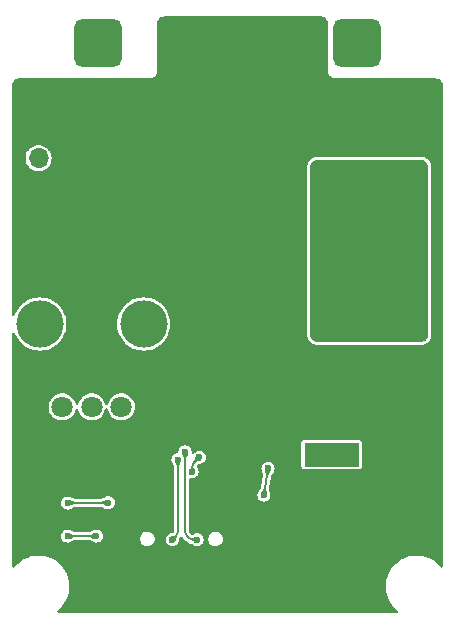
<source format=gbl>
G04 #@! TF.GenerationSoftware,KiCad,Pcbnew,(7.0.0)*
G04 #@! TF.CreationDate,2023-04-23T17:00:46-07:00*
G04 #@! TF.ProjectId,boostdriver-al8853,626f6f73-7464-4726-9976-65722d616c38,1*
G04 #@! TF.SameCoordinates,Original*
G04 #@! TF.FileFunction,Copper,L2,Bot*
G04 #@! TF.FilePolarity,Positive*
%FSLAX46Y46*%
G04 Gerber Fmt 4.6, Leading zero omitted, Abs format (unit mm)*
G04 Created by KiCad (PCBNEW (7.0.0)) date 2023-04-23 17:00:46*
%MOMM*%
%LPD*%
G01*
G04 APERTURE LIST*
G04 Aperture macros list*
%AMRoundRect*
0 Rectangle with rounded corners*
0 $1 Rounding radius*
0 $2 $3 $4 $5 $6 $7 $8 $9 X,Y pos of 4 corners*
0 Add a 4 corners polygon primitive as box body*
4,1,4,$2,$3,$4,$5,$6,$7,$8,$9,$2,$3,0*
0 Add four circle primitives for the rounded corners*
1,1,$1+$1,$2,$3*
1,1,$1+$1,$4,$5*
1,1,$1+$1,$6,$7*
1,1,$1+$1,$8,$9*
0 Add four rect primitives between the rounded corners*
20,1,$1+$1,$2,$3,$4,$5,0*
20,1,$1+$1,$4,$5,$6,$7,0*
20,1,$1+$1,$6,$7,$8,$9,0*
20,1,$1+$1,$8,$9,$2,$3,0*%
G04 Aperture macros list end*
G04 #@! TA.AperFunction,ComponentPad*
%ADD10R,4.600000X2.000000*%
G04 #@! TD*
G04 #@! TA.AperFunction,ComponentPad*
%ADD11O,4.200000X2.000000*%
G04 #@! TD*
G04 #@! TA.AperFunction,ComponentPad*
%ADD12O,2.000000X4.200000*%
G04 #@! TD*
G04 #@! TA.AperFunction,WasherPad*
%ADD13C,4.000000*%
G04 #@! TD*
G04 #@! TA.AperFunction,ComponentPad*
%ADD14C,1.800000*%
G04 #@! TD*
G04 #@! TA.AperFunction,ComponentPad*
%ADD15O,1.000000X2.100000*%
G04 #@! TD*
G04 #@! TA.AperFunction,ComponentPad*
%ADD16O,1.000000X1.800000*%
G04 #@! TD*
G04 #@! TA.AperFunction,ComponentPad*
%ADD17RoundRect,0.600000X-1.400000X-1.400000X1.400000X-1.400000X1.400000X1.400000X-1.400000X1.400000X0*%
G04 #@! TD*
G04 #@! TA.AperFunction,ComponentPad*
%ADD18R,1.700000X1.700000*%
G04 #@! TD*
G04 #@! TA.AperFunction,ComponentPad*
%ADD19O,1.700000X1.700000*%
G04 #@! TD*
G04 #@! TA.AperFunction,ViaPad*
%ADD20C,0.600000*%
G04 #@! TD*
G04 #@! TA.AperFunction,ViaPad*
%ADD21C,1.000000*%
G04 #@! TD*
G04 #@! TA.AperFunction,Conductor*
%ADD22C,0.200000*%
G04 #@! TD*
G04 APERTURE END LIST*
D10*
X160799999Y-98849999D03*
D11*
X160799999Y-105149999D03*
D12*
X165599999Y-101749999D03*
D13*
X136100000Y-87800000D03*
X144900000Y-87800000D03*
D14*
X143000000Y-94800000D03*
X140500000Y-94800000D03*
X138000000Y-94800000D03*
D15*
X143779999Y-105494999D03*
D16*
X143779999Y-109674999D03*
D15*
X152419999Y-105494999D03*
D16*
X152419999Y-109674999D03*
D17*
X141000000Y-64000000D03*
D18*
X135999999Y-71224999D03*
D19*
X135999999Y-73764999D03*
D17*
X163000000Y-64000000D03*
D20*
X159200000Y-102125000D03*
X149599500Y-99075000D03*
X148999000Y-100296822D03*
X141900000Y-102925000D03*
X145300000Y-102250000D03*
X147800000Y-99275000D03*
X147325000Y-106050000D03*
X148400000Y-98625000D03*
X149425000Y-106050000D03*
X144450000Y-107050000D03*
X155075000Y-102275000D03*
X153900000Y-97450000D03*
X155425000Y-100025000D03*
X153400000Y-105450000D03*
X153400000Y-104600000D03*
X151000000Y-98650000D03*
X138475000Y-102950000D03*
D21*
X156700000Y-74550000D03*
X160399999Y-73140000D03*
X156700000Y-78200000D03*
X156700000Y-80600000D03*
X147900000Y-88074999D03*
D20*
X134350000Y-97575000D03*
X139150000Y-111550000D03*
X156650000Y-63900000D03*
X168120000Y-95320000D03*
D21*
X140180000Y-70480000D03*
D20*
X151500000Y-103800000D03*
D21*
X146179999Y-73030000D03*
D20*
X148550000Y-63900000D03*
X139210000Y-100720000D03*
X169700000Y-84900000D03*
X134350000Y-107250000D03*
X138300000Y-97600000D03*
D21*
X157999998Y-73140000D03*
X143780001Y-73030000D03*
X147900000Y-92889998D03*
D20*
X141725000Y-96050000D03*
X158100000Y-63900000D03*
D21*
X156700000Y-75749997D03*
X157950000Y-74550000D03*
D20*
X141690000Y-76450000D03*
D21*
X150600000Y-86699998D03*
D20*
X150150000Y-63900000D03*
X155950000Y-111550000D03*
X141380000Y-87830000D03*
X142650000Y-104550000D03*
X141525000Y-81950000D03*
X155050000Y-63900000D03*
X153450000Y-63900000D03*
D21*
X156700000Y-81800000D03*
D20*
X142250000Y-78825000D03*
X137800000Y-76450000D03*
X151800000Y-63900000D03*
X147100000Y-111550000D03*
D21*
X141380002Y-73030000D03*
X147380001Y-70480000D03*
X159199996Y-73140000D03*
D20*
X169700000Y-107300000D03*
D21*
X155600000Y-73140000D03*
X157950000Y-75749997D03*
X157950000Y-81800000D03*
X147900000Y-90475000D03*
X147900000Y-83275000D03*
D20*
X169720000Y-100070000D03*
X152300000Y-103800000D03*
D21*
X142580001Y-73030000D03*
D20*
X153100000Y-103800000D03*
D21*
X154399997Y-73140000D03*
D20*
X137950000Y-78000000D03*
D21*
X161599997Y-73140000D03*
X153189997Y-73140000D03*
D20*
X169700000Y-67650000D03*
D21*
X138980001Y-70480000D03*
D20*
X148900000Y-81100000D03*
X169700000Y-91900000D03*
D21*
X150600000Y-84300000D03*
D20*
X146900000Y-63900000D03*
D21*
X144980001Y-73030000D03*
D20*
X169750500Y-78290000D03*
X153400000Y-106300000D03*
X164000000Y-96800000D03*
X159750000Y-62249500D03*
D21*
X156799998Y-73140000D03*
X138980001Y-73030000D03*
D20*
X144700000Y-103800000D03*
D21*
X147900000Y-95289999D03*
D20*
X169700000Y-72300000D03*
X142650000Y-105400000D03*
D21*
X156700000Y-79399997D03*
X150600000Y-89099999D03*
D20*
X143590000Y-93300000D03*
D21*
X143780001Y-70480000D03*
D20*
X150250000Y-76750000D03*
X140825000Y-102075000D03*
D21*
X156700000Y-77000001D03*
D20*
X164500000Y-111550000D03*
D21*
X146179999Y-70480000D03*
X141380002Y-70480000D03*
D20*
X146350000Y-81000000D03*
D21*
X147380001Y-73030000D03*
X142580001Y-70480000D03*
X147900000Y-85675001D03*
X150600000Y-91514997D03*
X144980001Y-70480000D03*
D20*
X143900000Y-103800000D03*
D21*
X140180000Y-73030000D03*
D20*
X143100000Y-103800000D03*
X161610000Y-65400000D03*
X164410000Y-65400000D03*
X161610000Y-62600000D03*
X164410000Y-62600000D03*
X139620000Y-65405000D03*
X142420000Y-65405000D03*
X139620000Y-62605000D03*
X142420000Y-62605000D03*
D21*
X160850000Y-74550000D03*
X159650000Y-80550000D03*
X163900000Y-80200000D03*
X163900000Y-78100000D03*
X160850000Y-75750000D03*
X162050000Y-75750000D03*
X159650000Y-79350000D03*
X162050000Y-74550000D03*
X162400000Y-76900000D03*
X159650000Y-74550000D03*
X159650000Y-76950000D03*
X162400000Y-78100000D03*
X159650000Y-78150000D03*
X162400000Y-80200000D03*
X159650000Y-75750000D03*
X163150000Y-79150000D03*
D20*
X138452539Y-105750000D03*
X140900000Y-105750000D03*
D22*
X155075000Y-102275000D02*
X155425000Y-100025000D01*
X149145444Y-99529550D02*
G75*
G03*
X148999000Y-99883107I353556J-353550D01*
G01*
X147653556Y-105721450D02*
G75*
G03*
X147800000Y-105367893I-353556J353550D01*
G01*
X148703551Y-105903557D02*
G75*
G03*
X149057107Y-106050000I353549J353557D01*
G01*
X148399505Y-105392393D02*
G75*
G03*
X148545947Y-105745947I499995J-7D01*
G01*
X149599500Y-99075500D02*
X149599500Y-99075000D01*
X149145447Y-99529553D02*
X149599500Y-99075500D01*
X148999000Y-100296822D02*
X148999000Y-99883107D01*
X148545947Y-105745947D02*
X148703554Y-105903554D01*
X149057107Y-106050000D02*
X149425000Y-106050000D01*
X148399500Y-98625500D02*
X148399500Y-105392393D01*
X148400000Y-98625000D02*
X148399500Y-98625500D01*
X147653553Y-105721447D02*
X147325000Y-106050000D01*
X147800000Y-99275000D02*
X147800000Y-105367893D01*
X141900000Y-102925000D02*
X138500000Y-102925000D01*
X138500000Y-102925000D02*
X138475000Y-102950000D01*
X138452539Y-105750000D02*
X140900000Y-105750000D01*
G04 #@! TA.AperFunction,Conductor*
G36*
X168408058Y-73901061D02*
G01*
X168465772Y-73908659D01*
X168539107Y-73918314D01*
X168570370Y-73926691D01*
X168684919Y-73974138D01*
X168712950Y-73990322D01*
X168811314Y-74065799D01*
X168834202Y-74088687D01*
X168909677Y-74187049D01*
X168925862Y-74215082D01*
X168973307Y-74329625D01*
X168981685Y-74360892D01*
X168998939Y-74491941D01*
X169000000Y-74508127D01*
X169000000Y-88691873D01*
X168998939Y-88708059D01*
X168981685Y-88839107D01*
X168973307Y-88870374D01*
X168925862Y-88984917D01*
X168909677Y-89012950D01*
X168834202Y-89111312D01*
X168811312Y-89134202D01*
X168712950Y-89209677D01*
X168684917Y-89225862D01*
X168570374Y-89273307D01*
X168539107Y-89281685D01*
X168408059Y-89298939D01*
X168391873Y-89300000D01*
X159608127Y-89300000D01*
X159591941Y-89298939D01*
X159460892Y-89281685D01*
X159429625Y-89273307D01*
X159315082Y-89225862D01*
X159287049Y-89209677D01*
X159188687Y-89134202D01*
X159165799Y-89111314D01*
X159090322Y-89012950D01*
X159074137Y-88984917D01*
X159026691Y-88870370D01*
X159018314Y-88839106D01*
X159001061Y-88708058D01*
X159000000Y-88691873D01*
X159000000Y-74508127D01*
X159001061Y-74491942D01*
X159018314Y-74360893D01*
X159026690Y-74329631D01*
X159074140Y-74215076D01*
X159090320Y-74187052D01*
X159165802Y-74088681D01*
X159188681Y-74065802D01*
X159287052Y-73990320D01*
X159315076Y-73974140D01*
X159429631Y-73926690D01*
X159460890Y-73918314D01*
X159553513Y-73906120D01*
X159591942Y-73901061D01*
X159608127Y-73900000D01*
X168391873Y-73900000D01*
X168408058Y-73901061D01*
G37*
G04 #@! TD.AperFunction*
G04 #@! TA.AperFunction,Conductor*
G36*
X159911856Y-61751561D02*
G01*
X159958811Y-61757742D01*
X160039107Y-61768314D01*
X160070370Y-61776691D01*
X160184919Y-61824138D01*
X160212950Y-61840322D01*
X160311314Y-61915799D01*
X160334202Y-61938687D01*
X160409677Y-62037049D01*
X160425862Y-62065082D01*
X160473307Y-62179625D01*
X160481685Y-62210892D01*
X160498939Y-62341941D01*
X160500000Y-62358127D01*
X160500000Y-62503872D01*
X160499781Y-62511243D01*
X160499500Y-62515962D01*
X160499500Y-65484038D01*
X160499607Y-65485846D01*
X160499608Y-65485856D01*
X160499781Y-65488754D01*
X160500000Y-65496128D01*
X160500000Y-66400000D01*
X160520445Y-66555291D01*
X160580385Y-66700000D01*
X160675736Y-66824264D01*
X160800000Y-66919615D01*
X160944709Y-66979555D01*
X161100000Y-67000000D01*
X169641873Y-67000000D01*
X169658058Y-67001061D01*
X169715772Y-67008659D01*
X169789107Y-67018314D01*
X169820370Y-67026691D01*
X169934919Y-67074138D01*
X169962950Y-67090322D01*
X170061314Y-67165799D01*
X170084202Y-67188687D01*
X170159677Y-67287049D01*
X170175862Y-67315082D01*
X170223307Y-67429625D01*
X170231685Y-67460892D01*
X170248439Y-67588143D01*
X170249500Y-67604329D01*
X170249500Y-108293338D01*
X170235105Y-108351328D01*
X170195261Y-108395853D01*
X170139221Y-108416577D01*
X170079995Y-108408686D01*
X170031334Y-108374015D01*
X169974688Y-108307898D01*
X169870478Y-108186263D01*
X169633414Y-107970151D01*
X169630309Y-107967953D01*
X169630304Y-107967949D01*
X169374697Y-107787010D01*
X169371588Y-107784809D01*
X169368233Y-107783007D01*
X169368226Y-107783003D01*
X169092332Y-107634851D01*
X169088971Y-107633046D01*
X169085425Y-107631672D01*
X169085418Y-107631669D01*
X168793407Y-107518544D01*
X168793404Y-107518543D01*
X168789847Y-107517165D01*
X168786149Y-107516235D01*
X168786140Y-107516232D01*
X168482452Y-107439852D01*
X168482446Y-107439851D01*
X168478749Y-107438921D01*
X168474961Y-107438451D01*
X168474956Y-107438451D01*
X168164190Y-107399970D01*
X168164187Y-107399969D01*
X168160393Y-107399500D01*
X167919874Y-107399500D01*
X167918004Y-107399615D01*
X167917982Y-107399616D01*
X167683626Y-107414071D01*
X167683619Y-107414071D01*
X167679822Y-107414306D01*
X167676079Y-107415005D01*
X167676076Y-107415006D01*
X167368252Y-107472547D01*
X167368235Y-107472551D01*
X167364497Y-107473250D01*
X167360867Y-107474404D01*
X167360854Y-107474408D01*
X167062449Y-107569338D01*
X167062433Y-107569343D01*
X167058806Y-107570498D01*
X167055335Y-107572094D01*
X167055332Y-107572096D01*
X166770851Y-107702977D01*
X166770837Y-107702984D01*
X166767382Y-107704574D01*
X166764140Y-107706581D01*
X166764135Y-107706584D01*
X166497883Y-107871440D01*
X166497877Y-107871443D01*
X166494644Y-107873446D01*
X166491676Y-107875833D01*
X166491675Y-107875835D01*
X166247702Y-108072159D01*
X166247698Y-108072162D01*
X166244725Y-108074555D01*
X166242071Y-108077291D01*
X166242060Y-108077302D01*
X166024075Y-108302108D01*
X166024069Y-108302114D01*
X166021415Y-108304852D01*
X166019126Y-108307882D01*
X166019114Y-108307897D01*
X165830402Y-108557791D01*
X165830392Y-108557804D01*
X165828097Y-108560845D01*
X165826183Y-108564158D01*
X165826183Y-108564160D01*
X165669612Y-108835349D01*
X165669607Y-108835357D01*
X165667704Y-108838655D01*
X165666220Y-108842160D01*
X165666215Y-108842171D01*
X165544156Y-109130546D01*
X165544150Y-109130562D01*
X165542666Y-109134069D01*
X165541620Y-109137744D01*
X165541619Y-109137748D01*
X165455921Y-109438941D01*
X165455917Y-109438955D01*
X165454878Y-109442610D01*
X165454295Y-109446364D01*
X165454294Y-109446370D01*
X165429803Y-109604145D01*
X165405672Y-109759600D01*
X165405554Y-109763422D01*
X165405554Y-109763425D01*
X165395911Y-110076417D01*
X165395911Y-110076427D01*
X165395794Y-110080235D01*
X165425392Y-110399653D01*
X165426207Y-110403378D01*
X165426208Y-110403379D01*
X165493201Y-110709281D01*
X165493203Y-110709291D01*
X165494019Y-110713013D01*
X165495286Y-110716610D01*
X165495288Y-110716615D01*
X165547905Y-110865931D01*
X165600634Y-111015564D01*
X165743621Y-111302721D01*
X165745732Y-111305907D01*
X165745735Y-111305912D01*
X165918701Y-111566945D01*
X165918705Y-111566950D01*
X165920812Y-111570130D01*
X166129522Y-111813737D01*
X166366299Y-112029587D01*
X166366586Y-112029849D01*
X166366537Y-112029902D01*
X166402229Y-112077168D01*
X166411507Y-112136943D01*
X166391402Y-112193994D01*
X166346699Y-112234746D01*
X166288036Y-112249500D01*
X137704457Y-112249500D01*
X137645793Y-112234745D01*
X137601090Y-112193993D01*
X137580986Y-112136941D01*
X137590265Y-112077166D01*
X137626719Y-112028894D01*
X137752290Y-111927847D01*
X137752289Y-111927847D01*
X137755275Y-111925445D01*
X137978585Y-111695148D01*
X138171903Y-111439155D01*
X138332296Y-111161345D01*
X138457334Y-110865931D01*
X138545122Y-110557390D01*
X138594328Y-110240400D01*
X138604206Y-109919765D01*
X138574608Y-109600347D01*
X138505981Y-109286987D01*
X138399366Y-108984436D01*
X138256379Y-108697279D01*
X138249500Y-108686898D01*
X138081298Y-108433054D01*
X138081296Y-108433051D01*
X138079188Y-108429870D01*
X138068415Y-108417296D01*
X137872965Y-108189166D01*
X137870478Y-108186263D01*
X137633414Y-107970151D01*
X137630309Y-107967953D01*
X137630304Y-107967949D01*
X137374697Y-107787010D01*
X137371588Y-107784809D01*
X137368233Y-107783007D01*
X137368226Y-107783003D01*
X137092332Y-107634851D01*
X137088971Y-107633046D01*
X137085425Y-107631672D01*
X137085418Y-107631669D01*
X136793407Y-107518544D01*
X136793404Y-107518543D01*
X136789847Y-107517165D01*
X136786149Y-107516235D01*
X136786140Y-107516232D01*
X136482452Y-107439852D01*
X136482446Y-107439851D01*
X136478749Y-107438921D01*
X136474961Y-107438451D01*
X136474956Y-107438451D01*
X136164190Y-107399970D01*
X136164187Y-107399969D01*
X136160393Y-107399500D01*
X135919874Y-107399500D01*
X135918004Y-107399615D01*
X135917982Y-107399616D01*
X135683626Y-107414071D01*
X135683619Y-107414071D01*
X135679822Y-107414306D01*
X135676079Y-107415005D01*
X135676076Y-107415006D01*
X135368252Y-107472547D01*
X135368235Y-107472551D01*
X135364497Y-107473250D01*
X135360867Y-107474404D01*
X135360854Y-107474408D01*
X135062449Y-107569338D01*
X135062433Y-107569343D01*
X135058806Y-107570498D01*
X135055335Y-107572094D01*
X135055332Y-107572096D01*
X134770851Y-107702977D01*
X134770837Y-107702984D01*
X134767382Y-107704574D01*
X134764140Y-107706581D01*
X134764135Y-107706584D01*
X134497883Y-107871440D01*
X134497877Y-107871443D01*
X134494644Y-107873446D01*
X134491676Y-107875833D01*
X134491675Y-107875835D01*
X134247702Y-108072159D01*
X134247698Y-108072162D01*
X134244725Y-108074555D01*
X134242071Y-108077291D01*
X134242060Y-108077302D01*
X134024075Y-108302108D01*
X134024069Y-108302114D01*
X134021415Y-108304852D01*
X134019120Y-108307890D01*
X134019114Y-108307898D01*
X133973454Y-108368362D01*
X133925632Y-108406602D01*
X133865342Y-108417296D01*
X133807285Y-108397838D01*
X133765618Y-108352970D01*
X133750500Y-108293635D01*
X133750500Y-105750000D01*
X137897289Y-105750000D01*
X137898350Y-105758059D01*
X137912352Y-105864418D01*
X137916209Y-105893709D01*
X137919320Y-105901220D01*
X137919321Y-105901223D01*
X137924760Y-105914353D01*
X137971678Y-106027625D01*
X137976623Y-106034069D01*
X137976624Y-106034071D01*
X138019073Y-106089391D01*
X138059918Y-106142621D01*
X138174914Y-106230861D01*
X138308830Y-106286330D01*
X138452539Y-106305250D01*
X138596248Y-106286330D01*
X138638705Y-106268742D01*
X138646685Y-106265756D01*
X138691871Y-106250611D01*
X138820459Y-106186958D01*
X138829026Y-106182514D01*
X138829794Y-106182097D01*
X138838008Y-106177438D01*
X138904980Y-106137801D01*
X138923857Y-106128690D01*
X138943640Y-106121130D01*
X138976634Y-106113477D01*
X139065095Y-106105414D01*
X139070619Y-106103850D01*
X139076257Y-106102805D01*
X139076427Y-106103726D01*
X139099666Y-106100500D01*
X140252871Y-106100500D01*
X140276108Y-106103724D01*
X140276279Y-106102804D01*
X140281916Y-106103849D01*
X140287443Y-106105414D01*
X140375900Y-106113476D01*
X140408897Y-106121130D01*
X140428679Y-106128689D01*
X140447560Y-106137803D01*
X140514532Y-106177440D01*
X140522870Y-106182166D01*
X140523639Y-106182583D01*
X140524124Y-106182834D01*
X140524142Y-106182844D01*
X140531608Y-106186715D01*
X140531632Y-106186727D01*
X140532085Y-106186962D01*
X140660669Y-106250612D01*
X140664670Y-106251953D01*
X140664682Y-106251958D01*
X140705816Y-106265745D01*
X140713863Y-106268756D01*
X140748777Y-106283218D01*
X140748780Y-106283218D01*
X140756291Y-106286330D01*
X140900000Y-106305250D01*
X141043709Y-106286330D01*
X141177625Y-106230861D01*
X141292621Y-106142621D01*
X141380861Y-106027625D01*
X141410772Y-105955412D01*
X144580773Y-105955412D01*
X144581262Y-105963189D01*
X144581262Y-105963195D01*
X144586236Y-106042245D01*
X144590696Y-106113138D01*
X144593105Y-106120553D01*
X144593106Y-106120556D01*
X144635799Y-106251951D01*
X144639533Y-106263441D01*
X144643710Y-106270023D01*
X144643712Y-106270027D01*
X144675499Y-106320114D01*
X144724214Y-106396877D01*
X144839418Y-106505062D01*
X144977908Y-106581197D01*
X145130981Y-106620500D01*
X145245455Y-106620500D01*
X145249350Y-106620500D01*
X145366792Y-106605664D01*
X145513732Y-106547486D01*
X145641587Y-106454594D01*
X145742324Y-106332823D01*
X145809614Y-106189826D01*
X145836287Y-106050000D01*
X146769750Y-106050000D01*
X146770811Y-106058059D01*
X146787606Y-106185632D01*
X146788670Y-106193709D01*
X146791781Y-106201220D01*
X146791782Y-106201223D01*
X146818508Y-106265745D01*
X146844139Y-106327625D01*
X146849084Y-106334069D01*
X146849085Y-106334071D01*
X146913958Y-106418614D01*
X146932379Y-106442621D01*
X147047375Y-106530861D01*
X147181291Y-106586330D01*
X147325000Y-106605250D01*
X147468709Y-106586330D01*
X147602625Y-106530861D01*
X147717621Y-106442621D01*
X147805861Y-106327625D01*
X147821809Y-106289118D01*
X147823500Y-106285478D01*
X147823795Y-106284996D01*
X147852223Y-106218897D01*
X147853371Y-106214662D01*
X147854813Y-106210529D01*
X147854948Y-106210576D01*
X147857774Y-106202291D01*
X147861330Y-106193709D01*
X147862391Y-106185644D01*
X147862395Y-106185632D01*
X147865647Y-106169405D01*
X147879685Y-106117657D01*
X147885053Y-106093169D01*
X147885434Y-106090905D01*
X147888381Y-106065946D01*
X147890874Y-106029501D01*
X147914647Y-105964560D01*
X147924240Y-105951500D01*
X147924762Y-105950434D01*
X147941165Y-105929521D01*
X147948730Y-105921958D01*
X147990534Y-105864417D01*
X148034557Y-105826818D01*
X148090853Y-105813302D01*
X148147148Y-105826817D01*
X148191172Y-105864418D01*
X148247908Y-105942511D01*
X148247911Y-105942515D01*
X148250774Y-105946455D01*
X148256748Y-105952429D01*
X148256749Y-105952431D01*
X148416459Y-106112141D01*
X148416461Y-106112144D01*
X148416464Y-106112147D01*
X148416465Y-106112148D01*
X148455703Y-106151385D01*
X148455713Y-106151399D01*
X148455712Y-106151401D01*
X148503044Y-106198732D01*
X148611350Y-106277418D01*
X148730631Y-106338193D01*
X148857952Y-106379561D01*
X148952562Y-106394544D01*
X148996547Y-106410440D01*
X149020448Y-106431667D01*
X149021687Y-106430429D01*
X149027433Y-106436175D01*
X149032379Y-106442621D01*
X149147375Y-106530861D01*
X149281291Y-106586330D01*
X149425000Y-106605250D01*
X149568709Y-106586330D01*
X149702625Y-106530861D01*
X149817621Y-106442621D01*
X149905861Y-106327625D01*
X149961330Y-106193709D01*
X149980250Y-106050000D01*
X149967797Y-105955412D01*
X150360773Y-105955412D01*
X150361262Y-105963189D01*
X150361262Y-105963195D01*
X150366236Y-106042245D01*
X150370696Y-106113138D01*
X150373105Y-106120553D01*
X150373106Y-106120556D01*
X150415799Y-106251951D01*
X150419533Y-106263441D01*
X150423710Y-106270023D01*
X150423712Y-106270027D01*
X150455499Y-106320114D01*
X150504214Y-106396877D01*
X150619418Y-106505062D01*
X150757908Y-106581197D01*
X150910981Y-106620500D01*
X151025455Y-106620500D01*
X151029350Y-106620500D01*
X151146792Y-106605664D01*
X151293732Y-106547486D01*
X151421587Y-106454594D01*
X151522324Y-106332823D01*
X151589614Y-106189826D01*
X151619227Y-106034588D01*
X151609304Y-105876862D01*
X151560467Y-105726559D01*
X151475786Y-105593123D01*
X151470100Y-105587784D01*
X151470099Y-105587782D01*
X151371284Y-105494988D01*
X151360582Y-105484938D01*
X151324654Y-105465187D01*
X151228929Y-105412561D01*
X151228924Y-105412559D01*
X151222092Y-105408803D01*
X151214536Y-105406863D01*
X151214534Y-105406862D01*
X151076575Y-105371440D01*
X151076574Y-105371439D01*
X151069019Y-105369500D01*
X150950650Y-105369500D01*
X150946790Y-105369987D01*
X150946783Y-105369988D01*
X150840946Y-105383358D01*
X150840942Y-105383358D01*
X150833208Y-105384336D01*
X150825958Y-105387206D01*
X150825956Y-105387207D01*
X150693517Y-105439643D01*
X150693511Y-105439646D01*
X150686268Y-105442514D01*
X150679963Y-105447094D01*
X150679959Y-105447097D01*
X150564726Y-105530818D01*
X150564719Y-105530823D01*
X150558413Y-105535406D01*
X150553444Y-105541411D01*
X150553438Y-105541418D01*
X150462649Y-105651165D01*
X150462647Y-105651167D01*
X150457676Y-105657177D01*
X150454356Y-105664232D01*
X150454353Y-105664237D01*
X150413996Y-105750000D01*
X150390386Y-105800174D01*
X150388925Y-105807830D01*
X150388924Y-105807835D01*
X150362233Y-105947754D01*
X150362232Y-105947760D01*
X150360773Y-105955412D01*
X149967797Y-105955412D01*
X149961330Y-105906291D01*
X149905861Y-105772375D01*
X149817621Y-105657379D01*
X149751042Y-105606291D01*
X149709071Y-105574085D01*
X149709069Y-105574084D01*
X149702625Y-105569139D01*
X149635700Y-105541418D01*
X149576223Y-105516782D01*
X149576220Y-105516781D01*
X149568709Y-105513670D01*
X149560649Y-105512608D01*
X149560646Y-105512608D01*
X149433059Y-105495811D01*
X149425000Y-105494750D01*
X149416941Y-105495811D01*
X149289353Y-105512608D01*
X149289348Y-105512609D01*
X149281291Y-105513670D01*
X149273781Y-105516780D01*
X149273776Y-105516782D01*
X149154885Y-105566028D01*
X149154883Y-105566029D01*
X149147375Y-105569139D01*
X149140929Y-105574084D01*
X149140924Y-105574088D01*
X149073769Y-105625617D01*
X149019815Y-105649356D01*
X148960996Y-105645501D01*
X148910603Y-105614921D01*
X148799536Y-105503854D01*
X148788848Y-105491667D01*
X148779966Y-105480092D01*
X148763787Y-105452067D01*
X148761346Y-105446174D01*
X148752967Y-105414902D01*
X148751060Y-105400413D01*
X148750000Y-105384229D01*
X148750000Y-105367554D01*
X148750001Y-105336884D01*
X148750000Y-105336881D01*
X148750000Y-102275000D01*
X154519750Y-102275000D01*
X154520811Y-102283059D01*
X154537028Y-102406244D01*
X154538670Y-102418709D01*
X154541781Y-102426220D01*
X154541782Y-102426223D01*
X154550939Y-102448330D01*
X154594139Y-102552625D01*
X154599084Y-102559069D01*
X154599085Y-102559071D01*
X154610924Y-102574500D01*
X154682379Y-102667621D01*
X154797375Y-102755861D01*
X154931291Y-102811330D01*
X155075000Y-102830250D01*
X155218709Y-102811330D01*
X155352625Y-102755861D01*
X155467621Y-102667621D01*
X155555861Y-102552625D01*
X155611330Y-102418709D01*
X155630250Y-102275000D01*
X155627347Y-102252959D01*
X155626289Y-102235998D01*
X155626344Y-102227198D01*
X155604905Y-102070168D01*
X155598308Y-102037718D01*
X155597513Y-102034793D01*
X155586734Y-102003367D01*
X155543579Y-101900005D01*
X155540877Y-101892926D01*
X155526455Y-101851343D01*
X155519617Y-101809456D01*
X155520387Y-101733791D01*
X155520572Y-101715662D01*
X155520186Y-101713388D01*
X155521179Y-101687014D01*
X155671869Y-100718296D01*
X155678663Y-100693076D01*
X155680723Y-100688942D01*
X155705730Y-100602536D01*
X155723042Y-100566210D01*
X155725739Y-100562331D01*
X155742465Y-100538283D01*
X155749885Y-100528658D01*
X155814709Y-100452624D01*
X155830264Y-100432417D01*
X155831590Y-100430504D01*
X155845000Y-100408943D01*
X155894709Y-100319379D01*
X155896848Y-100316119D01*
X155896845Y-100316118D01*
X155900911Y-100309073D01*
X155905861Y-100302625D01*
X155908973Y-100295109D01*
X155909347Y-100294463D01*
X155914738Y-100283293D01*
X155919216Y-100275227D01*
X155922320Y-100267143D01*
X155944056Y-100210521D01*
X155945246Y-100207536D01*
X155961330Y-100168709D01*
X155980250Y-100025000D01*
X155961330Y-99881291D01*
X155958589Y-99874674D01*
X158249500Y-99874674D01*
X158250688Y-99880649D01*
X158250689Y-99880653D01*
X158261650Y-99935759D01*
X158261651Y-99935762D01*
X158264034Y-99947740D01*
X158319399Y-100030601D01*
X158402260Y-100085966D01*
X158475326Y-100100500D01*
X163118579Y-100100500D01*
X163124674Y-100100500D01*
X163197740Y-100085966D01*
X163280601Y-100030601D01*
X163335966Y-99947740D01*
X163350500Y-99874674D01*
X163350500Y-97825326D01*
X163335966Y-97752260D01*
X163280601Y-97669399D01*
X163197740Y-97614034D01*
X163185762Y-97611651D01*
X163185759Y-97611650D01*
X163130653Y-97600689D01*
X163130649Y-97600688D01*
X163124674Y-97599500D01*
X158475326Y-97599500D01*
X158469351Y-97600688D01*
X158469346Y-97600689D01*
X158414240Y-97611650D01*
X158414235Y-97611651D01*
X158402260Y-97614034D01*
X158392105Y-97620819D01*
X158392103Y-97620820D01*
X158329551Y-97662615D01*
X158329548Y-97662617D01*
X158319399Y-97669399D01*
X158312617Y-97679548D01*
X158312615Y-97679551D01*
X158270820Y-97742103D01*
X158270819Y-97742105D01*
X158264034Y-97752260D01*
X158261651Y-97764235D01*
X158261650Y-97764240D01*
X158250689Y-97819346D01*
X158250688Y-97819351D01*
X158249500Y-97825326D01*
X158249500Y-99874674D01*
X155958589Y-99874674D01*
X155905861Y-99747375D01*
X155817621Y-99632379D01*
X155721956Y-99558972D01*
X155709071Y-99549085D01*
X155709069Y-99549084D01*
X155702625Y-99544139D01*
X155639787Y-99518111D01*
X155576223Y-99491782D01*
X155576220Y-99491781D01*
X155568709Y-99488670D01*
X155560649Y-99487608D01*
X155560646Y-99487608D01*
X155433059Y-99470811D01*
X155425000Y-99469750D01*
X155416941Y-99470811D01*
X155289353Y-99487608D01*
X155289348Y-99487609D01*
X155281291Y-99488670D01*
X155273781Y-99491780D01*
X155273776Y-99491782D01*
X155154885Y-99541028D01*
X155154883Y-99541029D01*
X155147375Y-99544139D01*
X155140933Y-99549082D01*
X155140928Y-99549085D01*
X155038821Y-99627435D01*
X155038817Y-99627438D01*
X155032379Y-99632379D01*
X155027438Y-99638817D01*
X155027435Y-99638821D01*
X154949085Y-99740928D01*
X154949082Y-99740933D01*
X154944139Y-99747375D01*
X154941029Y-99754883D01*
X154941028Y-99754885D01*
X154891782Y-99873776D01*
X154891780Y-99873781D01*
X154888670Y-99881291D01*
X154887609Y-99889348D01*
X154887608Y-99889353D01*
X154878465Y-99958802D01*
X154869750Y-100025000D01*
X154872651Y-100047036D01*
X154873709Y-100063977D01*
X154873681Y-100068394D01*
X154873682Y-100068411D01*
X154873655Y-100072798D01*
X154874249Y-100077151D01*
X154874250Y-100077162D01*
X154892457Y-100210521D01*
X154895094Y-100229835D01*
X154901696Y-100262307D01*
X154902488Y-100265220D01*
X154903140Y-100267121D01*
X154903147Y-100267143D01*
X154908681Y-100283272D01*
X154913263Y-100296626D01*
X154914038Y-100298482D01*
X154914044Y-100298498D01*
X154956404Y-100399955D01*
X154959132Y-100407102D01*
X154973541Y-100448652D01*
X154980380Y-100490540D01*
X154979483Y-100578810D01*
X154979427Y-100584337D01*
X154979813Y-100586613D01*
X154978818Y-100612994D01*
X154828132Y-101581693D01*
X154821337Y-101606918D01*
X154819276Y-101611056D01*
X154817722Y-101616422D01*
X154817716Y-101616440D01*
X154794268Y-101697459D01*
X154776953Y-101733791D01*
X154757537Y-101761705D01*
X154750104Y-101771346D01*
X154686285Y-101846204D01*
X154686275Y-101846216D01*
X154685294Y-101847367D01*
X154684375Y-101848559D01*
X154684362Y-101848576D01*
X154682227Y-101851348D01*
X154669844Y-101867423D01*
X154668518Y-101869333D01*
X154667717Y-101870618D01*
X154667707Y-101870635D01*
X154655824Y-101889726D01*
X154654999Y-101891052D01*
X154654258Y-101892385D01*
X154654248Y-101892404D01*
X154605278Y-101980636D01*
X154603143Y-101983891D01*
X154603147Y-101983893D01*
X154599084Y-101990929D01*
X154594139Y-101997375D01*
X154591031Y-102004876D01*
X154590649Y-102005539D01*
X154585270Y-102016685D01*
X154582890Y-102020972D01*
X154582879Y-102020995D01*
X154580781Y-102024776D01*
X154579225Y-102028828D01*
X154579225Y-102028829D01*
X154555935Y-102089495D01*
X154554736Y-102092501D01*
X154538670Y-102131291D01*
X154537609Y-102139344D01*
X154537608Y-102139351D01*
X154522652Y-102252960D01*
X154519750Y-102275000D01*
X148750000Y-102275000D01*
X148750000Y-100960685D01*
X148769420Y-100894060D01*
X148821596Y-100848303D01*
X148890185Y-100837746D01*
X148999000Y-100852072D01*
X149142709Y-100833152D01*
X149276625Y-100777683D01*
X149391621Y-100689443D01*
X149479861Y-100574447D01*
X149535330Y-100440531D01*
X149554250Y-100296822D01*
X149535330Y-100153113D01*
X149519041Y-100113787D01*
X149516630Y-100107488D01*
X149516613Y-100107441D01*
X149515437Y-100103127D01*
X149498935Y-100065197D01*
X149498121Y-100063282D01*
X149479861Y-100019197D01*
X149462887Y-99997076D01*
X149455846Y-99986882D01*
X149439534Y-99960543D01*
X149439523Y-99960526D01*
X149438455Y-99958802D01*
X149430565Y-99947740D01*
X149420343Y-99933407D01*
X149419172Y-99931765D01*
X149417253Y-99929414D01*
X149415861Y-99927919D01*
X149415115Y-99927063D01*
X149386712Y-99868509D01*
X149391875Y-99803635D01*
X149429178Y-99750313D01*
X149486334Y-99702676D01*
X149514994Y-99684783D01*
X149534389Y-99676089D01*
X149554193Y-99669158D01*
X149629488Y-99649778D01*
X149638591Y-99647254D01*
X149639422Y-99647007D01*
X149648467Y-99644135D01*
X149784333Y-99598195D01*
X149826849Y-99577008D01*
X149834684Y-99573440D01*
X149869615Y-99558972D01*
X149869617Y-99558970D01*
X149877125Y-99555861D01*
X149992121Y-99467621D01*
X150080361Y-99352625D01*
X150135830Y-99218709D01*
X150154750Y-99075000D01*
X150135830Y-98931291D01*
X150080361Y-98797375D01*
X149992121Y-98682379D01*
X149877125Y-98594139D01*
X149841092Y-98579214D01*
X149750723Y-98541782D01*
X149750720Y-98541781D01*
X149743209Y-98538670D01*
X149735149Y-98537608D01*
X149735146Y-98537608D01*
X149607559Y-98520811D01*
X149599500Y-98519750D01*
X149591441Y-98520811D01*
X149463853Y-98537608D01*
X149463848Y-98537609D01*
X149455791Y-98538670D01*
X149448281Y-98541780D01*
X149448276Y-98541782D01*
X149329385Y-98591028D01*
X149329383Y-98591029D01*
X149321875Y-98594139D01*
X149315433Y-98599082D01*
X149315428Y-98599085D01*
X149213321Y-98677435D01*
X149213317Y-98677438D01*
X149206879Y-98682379D01*
X149201938Y-98688817D01*
X149201933Y-98688823D01*
X149175735Y-98722965D01*
X149124809Y-98762040D01*
X149061168Y-98770415D01*
X149001866Y-98745847D01*
X148962794Y-98694918D01*
X148955726Y-98641186D01*
X148954189Y-98641186D01*
X148954189Y-98633059D01*
X148955250Y-98625000D01*
X148936330Y-98481291D01*
X148880861Y-98347375D01*
X148792621Y-98232379D01*
X148677625Y-98144139D01*
X148641592Y-98129214D01*
X148551223Y-98091782D01*
X148551220Y-98091781D01*
X148543709Y-98088670D01*
X148535649Y-98087608D01*
X148535646Y-98087608D01*
X148408059Y-98070811D01*
X148400000Y-98069750D01*
X148391941Y-98070811D01*
X148264353Y-98087608D01*
X148264348Y-98087609D01*
X148256291Y-98088670D01*
X148248781Y-98091780D01*
X148248776Y-98091782D01*
X148129885Y-98141028D01*
X148129883Y-98141029D01*
X148122375Y-98144139D01*
X148115933Y-98149082D01*
X148115928Y-98149085D01*
X148013821Y-98227435D01*
X148013817Y-98227438D01*
X148007379Y-98232379D01*
X148002438Y-98238817D01*
X148002435Y-98238821D01*
X147924085Y-98340928D01*
X147924082Y-98340933D01*
X147919139Y-98347375D01*
X147916029Y-98354883D01*
X147916028Y-98354885D01*
X147866782Y-98473776D01*
X147866780Y-98473781D01*
X147863670Y-98481291D01*
X147862609Y-98489348D01*
X147862608Y-98489353D01*
X147845264Y-98621092D01*
X147826905Y-98671531D01*
X147788950Y-98709486D01*
X147738511Y-98727845D01*
X147664353Y-98737608D01*
X147664348Y-98737609D01*
X147656291Y-98738670D01*
X147648781Y-98741780D01*
X147648776Y-98741782D01*
X147529885Y-98791028D01*
X147529883Y-98791029D01*
X147522375Y-98794139D01*
X147515933Y-98799082D01*
X147515928Y-98799085D01*
X147413821Y-98877435D01*
X147413817Y-98877438D01*
X147407379Y-98882379D01*
X147402438Y-98888817D01*
X147402435Y-98888821D01*
X147324085Y-98990928D01*
X147324082Y-98990933D01*
X147319139Y-98997375D01*
X147316029Y-99004883D01*
X147316028Y-99004885D01*
X147266782Y-99123776D01*
X147266780Y-99123781D01*
X147263670Y-99131291D01*
X147262609Y-99139348D01*
X147262608Y-99139353D01*
X147252161Y-99218709D01*
X147244750Y-99275000D01*
X147245811Y-99283059D01*
X147254969Y-99352625D01*
X147263670Y-99418709D01*
X147266780Y-99426219D01*
X147266781Y-99426220D01*
X147281239Y-99461125D01*
X147284247Y-99469164D01*
X147290430Y-99487608D01*
X147299387Y-99514329D01*
X147301258Y-99518109D01*
X147301259Y-99518111D01*
X147362758Y-99642352D01*
X147362791Y-99642418D01*
X147363036Y-99642912D01*
X147367415Y-99651359D01*
X147367832Y-99652128D01*
X147372558Y-99660466D01*
X147372833Y-99660932D01*
X147372839Y-99660941D01*
X147412192Y-99727434D01*
X147421312Y-99746330D01*
X147428865Y-99766097D01*
X147436521Y-99799099D01*
X147444063Y-99881839D01*
X147444064Y-99881847D01*
X147444585Y-99887556D01*
X147446147Y-99893075D01*
X147447195Y-99898721D01*
X147446272Y-99898892D01*
X147449500Y-99922132D01*
X147449500Y-105312381D01*
X147449499Y-105312384D01*
X147449499Y-105312390D01*
X147449499Y-105312391D01*
X147449499Y-105359773D01*
X147448446Y-105375899D01*
X147448257Y-105377340D01*
X147428500Y-105429973D01*
X147387533Y-105468472D01*
X147333775Y-105484925D01*
X147310575Y-105486512D01*
X147310554Y-105486513D01*
X147309048Y-105486617D01*
X147307554Y-105486793D01*
X147307527Y-105486796D01*
X147285536Y-105489394D01*
X147285517Y-105489396D01*
X147284050Y-105489570D01*
X147281794Y-105489950D01*
X147280344Y-105490267D01*
X147280318Y-105490273D01*
X147258820Y-105494988D01*
X147257343Y-105495312D01*
X147205586Y-105509351D01*
X147189369Y-105512602D01*
X147189337Y-105512610D01*
X147181291Y-105513670D01*
X147173786Y-105516778D01*
X147173783Y-105516779D01*
X147172706Y-105517225D01*
X147164415Y-105520055D01*
X147164461Y-105520187D01*
X147160327Y-105521628D01*
X147156098Y-105522776D01*
X147152085Y-105524502D01*
X147152072Y-105524507D01*
X147091862Y-105550411D01*
X147091845Y-105550418D01*
X147089948Y-105551235D01*
X147089501Y-105551507D01*
X147085884Y-105553187D01*
X147054886Y-105566027D01*
X147054881Y-105566029D01*
X147047375Y-105569139D01*
X147040936Y-105574079D01*
X147040927Y-105574085D01*
X146938821Y-105652435D01*
X146938817Y-105652438D01*
X146932379Y-105657379D01*
X146927438Y-105663817D01*
X146927435Y-105663821D01*
X146849085Y-105765928D01*
X146849082Y-105765933D01*
X146844139Y-105772375D01*
X146841029Y-105779883D01*
X146841028Y-105779885D01*
X146791782Y-105898776D01*
X146791780Y-105898781D01*
X146788670Y-105906291D01*
X146787609Y-105914348D01*
X146787608Y-105914353D01*
X146777425Y-105991701D01*
X146769750Y-106050000D01*
X145836287Y-106050000D01*
X145839227Y-106034588D01*
X145829304Y-105876862D01*
X145780467Y-105726559D01*
X145695786Y-105593123D01*
X145690100Y-105587784D01*
X145690099Y-105587782D01*
X145591284Y-105494988D01*
X145580582Y-105484938D01*
X145544654Y-105465187D01*
X145448929Y-105412561D01*
X145448924Y-105412559D01*
X145442092Y-105408803D01*
X145434536Y-105406863D01*
X145434534Y-105406862D01*
X145296575Y-105371440D01*
X145296574Y-105371439D01*
X145289019Y-105369500D01*
X145170650Y-105369500D01*
X145166790Y-105369987D01*
X145166783Y-105369988D01*
X145060946Y-105383358D01*
X145060942Y-105383358D01*
X145053208Y-105384336D01*
X145045958Y-105387206D01*
X145045956Y-105387207D01*
X144913517Y-105439643D01*
X144913511Y-105439646D01*
X144906268Y-105442514D01*
X144899963Y-105447094D01*
X144899959Y-105447097D01*
X144784726Y-105530818D01*
X144784719Y-105530823D01*
X144778413Y-105535406D01*
X144773444Y-105541411D01*
X144773438Y-105541418D01*
X144682649Y-105651165D01*
X144682647Y-105651167D01*
X144677676Y-105657177D01*
X144674356Y-105664232D01*
X144674353Y-105664237D01*
X144633996Y-105750000D01*
X144610386Y-105800174D01*
X144608925Y-105807830D01*
X144608924Y-105807835D01*
X144582233Y-105947754D01*
X144582232Y-105947760D01*
X144580773Y-105955412D01*
X141410772Y-105955412D01*
X141436330Y-105893709D01*
X141455250Y-105750000D01*
X141436330Y-105606291D01*
X141380861Y-105472375D01*
X141292621Y-105357379D01*
X141247235Y-105322553D01*
X141184071Y-105274085D01*
X141184069Y-105274084D01*
X141177625Y-105269139D01*
X141126689Y-105248041D01*
X141051223Y-105216782D01*
X141051220Y-105216781D01*
X141043709Y-105213670D01*
X141035649Y-105212608D01*
X141035646Y-105212608D01*
X140908059Y-105195811D01*
X140900000Y-105194750D01*
X140891941Y-105195811D01*
X140764346Y-105212609D01*
X140764342Y-105212610D01*
X140756291Y-105213670D01*
X140748790Y-105216776D01*
X140748778Y-105216780D01*
X140713858Y-105231244D01*
X140705818Y-105234253D01*
X140664680Y-105248041D01*
X140664668Y-105248045D01*
X140660673Y-105249385D01*
X140656888Y-105251258D01*
X140656882Y-105251261D01*
X140532594Y-105312784D01*
X140532543Y-105312809D01*
X140532076Y-105313041D01*
X140531608Y-105313283D01*
X140531546Y-105313315D01*
X140524216Y-105317115D01*
X140524180Y-105317133D01*
X140523665Y-105317401D01*
X140522916Y-105317807D01*
X140522445Y-105318073D01*
X140522407Y-105318095D01*
X140515004Y-105322290D01*
X140514950Y-105322321D01*
X140514541Y-105322553D01*
X140514188Y-105322761D01*
X140514072Y-105322829D01*
X140447564Y-105362192D01*
X140428669Y-105371312D01*
X140408902Y-105378865D01*
X140375900Y-105386521D01*
X140293159Y-105394063D01*
X140293149Y-105394064D01*
X140287443Y-105394585D01*
X140281920Y-105396148D01*
X140276281Y-105397195D01*
X140276110Y-105396274D01*
X140252869Y-105399500D01*
X139099671Y-105399500D01*
X139076431Y-105396272D01*
X139076260Y-105397195D01*
X139070615Y-105396147D01*
X139065095Y-105394585D01*
X139059385Y-105394064D01*
X139059377Y-105394063D01*
X138976637Y-105386521D01*
X138943634Y-105378865D01*
X138923867Y-105371312D01*
X138904970Y-105362191D01*
X138838546Y-105322878D01*
X138838545Y-105322877D01*
X138838007Y-105322559D01*
X138837461Y-105322250D01*
X138837427Y-105322230D01*
X138830120Y-105318091D01*
X138830107Y-105318084D01*
X138829546Y-105317766D01*
X138828776Y-105317349D01*
X138820451Y-105313036D01*
X138819990Y-105312808D01*
X138819947Y-105312786D01*
X138695650Y-105251259D01*
X138695648Y-105251258D01*
X138691868Y-105249387D01*
X138687853Y-105248041D01*
X138646703Y-105234247D01*
X138638664Y-105231239D01*
X138603759Y-105216781D01*
X138603758Y-105216780D01*
X138596248Y-105213670D01*
X138588188Y-105212608D01*
X138588185Y-105212608D01*
X138460598Y-105195811D01*
X138452539Y-105194750D01*
X138444480Y-105195811D01*
X138316892Y-105212608D01*
X138316887Y-105212609D01*
X138308830Y-105213670D01*
X138301320Y-105216780D01*
X138301315Y-105216782D01*
X138182424Y-105266028D01*
X138182422Y-105266029D01*
X138174914Y-105269139D01*
X138168472Y-105274082D01*
X138168467Y-105274085D01*
X138066360Y-105352435D01*
X138066356Y-105352438D01*
X138059918Y-105357379D01*
X138054977Y-105363817D01*
X138054974Y-105363821D01*
X137976624Y-105465928D01*
X137976621Y-105465933D01*
X137971678Y-105472375D01*
X137968568Y-105479883D01*
X137968567Y-105479885D01*
X137919321Y-105598776D01*
X137919319Y-105598781D01*
X137916209Y-105606291D01*
X137915148Y-105614348D01*
X137915147Y-105614353D01*
X137898350Y-105741941D01*
X137897289Y-105750000D01*
X133750500Y-105750000D01*
X133750500Y-102950000D01*
X137919750Y-102950000D01*
X137920811Y-102958059D01*
X137936367Y-103076223D01*
X137938670Y-103093709D01*
X137994139Y-103227625D01*
X137999084Y-103234069D01*
X137999085Y-103234071D01*
X138057453Y-103310137D01*
X138082379Y-103342621D01*
X138197375Y-103430861D01*
X138331291Y-103486330D01*
X138475000Y-103505250D01*
X138618709Y-103486330D01*
X138661848Y-103468460D01*
X138667177Y-103466396D01*
X138720113Y-103447307D01*
X138741652Y-103435970D01*
X138742226Y-103435701D01*
X138742297Y-103435631D01*
X138746694Y-103433317D01*
X138752625Y-103430861D01*
X138753968Y-103429829D01*
X138755713Y-103429374D01*
X138755382Y-103428745D01*
X138755381Y-103428745D01*
X138848085Y-103379957D01*
X138862027Y-103372052D01*
X138863281Y-103371288D01*
X138876722Y-103362508D01*
X138943302Y-103315969D01*
X138960818Y-103305750D01*
X138972099Y-103300355D01*
X139011269Y-103289052D01*
X139089187Y-103279993D01*
X139094582Y-103278338D01*
X139095537Y-103278138D01*
X139120980Y-103275500D01*
X141252871Y-103275500D01*
X141276108Y-103278724D01*
X141276279Y-103277804D01*
X141281916Y-103278849D01*
X141287443Y-103280414D01*
X141375900Y-103288476D01*
X141408897Y-103296130D01*
X141428679Y-103303689D01*
X141447560Y-103312803D01*
X141514532Y-103352440D01*
X141522870Y-103357166D01*
X141523639Y-103357583D01*
X141524124Y-103357834D01*
X141524142Y-103357844D01*
X141531608Y-103361715D01*
X141531632Y-103361727D01*
X141532085Y-103361962D01*
X141660669Y-103425612D01*
X141664670Y-103426953D01*
X141664682Y-103426958D01*
X141705816Y-103440745D01*
X141713863Y-103443756D01*
X141748777Y-103458218D01*
X141748780Y-103458218D01*
X141756291Y-103461330D01*
X141900000Y-103480250D01*
X142043709Y-103461330D01*
X142177625Y-103405861D01*
X142292621Y-103317621D01*
X142380861Y-103202625D01*
X142436330Y-103068709D01*
X142455250Y-102925000D01*
X142436330Y-102781291D01*
X142380861Y-102647375D01*
X142292621Y-102532379D01*
X142262199Y-102509035D01*
X142184071Y-102449085D01*
X142184069Y-102449084D01*
X142177625Y-102444139D01*
X142116231Y-102418709D01*
X142051223Y-102391782D01*
X142051220Y-102391781D01*
X142043709Y-102388670D01*
X142035649Y-102387608D01*
X142035646Y-102387608D01*
X141908059Y-102370811D01*
X141900000Y-102369750D01*
X141891941Y-102370811D01*
X141764346Y-102387609D01*
X141764342Y-102387610D01*
X141756291Y-102388670D01*
X141748790Y-102391776D01*
X141748778Y-102391780D01*
X141713858Y-102406244D01*
X141705818Y-102409253D01*
X141664680Y-102423041D01*
X141664668Y-102423045D01*
X141660673Y-102424385D01*
X141656888Y-102426258D01*
X141656882Y-102426261D01*
X141532594Y-102487784D01*
X141532543Y-102487809D01*
X141532076Y-102488041D01*
X141531608Y-102488283D01*
X141531546Y-102488315D01*
X141524216Y-102492115D01*
X141524180Y-102492133D01*
X141523665Y-102492401D01*
X141522916Y-102492807D01*
X141522445Y-102493073D01*
X141522407Y-102493095D01*
X141515004Y-102497290D01*
X141514950Y-102497321D01*
X141514541Y-102497553D01*
X141514188Y-102497761D01*
X141514072Y-102497829D01*
X141447564Y-102537192D01*
X141428669Y-102546312D01*
X141408902Y-102553865D01*
X141375900Y-102561521D01*
X141293159Y-102569063D01*
X141293149Y-102569064D01*
X141287443Y-102569585D01*
X141281920Y-102571148D01*
X141276281Y-102572195D01*
X141276110Y-102571274D01*
X141252869Y-102574500D01*
X139112283Y-102574500D01*
X139088108Y-102571383D01*
X139088045Y-102571772D01*
X139082295Y-102570828D01*
X139076667Y-102569353D01*
X139070864Y-102568953D01*
X139070854Y-102568952D01*
X138981506Y-102562804D01*
X138954282Y-102557836D01*
X138927896Y-102549894D01*
X138907984Y-102541966D01*
X138842422Y-102509034D01*
X138842421Y-102509033D01*
X138842253Y-102508950D01*
X138839568Y-102507625D01*
X138839544Y-102507613D01*
X138839185Y-102507436D01*
X138838890Y-102507293D01*
X138838759Y-102507230D01*
X138838641Y-102507174D01*
X138835946Y-102505891D01*
X138835809Y-102505826D01*
X138835680Y-102505765D01*
X138835526Y-102505693D01*
X138835420Y-102505643D01*
X138712871Y-102448330D01*
X138712865Y-102448328D01*
X138709094Y-102446564D01*
X138705119Y-102445320D01*
X138705115Y-102445319D01*
X138683083Y-102438428D01*
X138669590Y-102434207D01*
X138659164Y-102430426D01*
X138626218Y-102416780D01*
X138626216Y-102416779D01*
X138618709Y-102413670D01*
X138610651Y-102412609D01*
X138483059Y-102395811D01*
X138475000Y-102394750D01*
X138466941Y-102395811D01*
X138339353Y-102412608D01*
X138339348Y-102412609D01*
X138331291Y-102413670D01*
X138323781Y-102416780D01*
X138323776Y-102416782D01*
X138204885Y-102466028D01*
X138204883Y-102466029D01*
X138197375Y-102469139D01*
X138190933Y-102474082D01*
X138190928Y-102474085D01*
X138088821Y-102552435D01*
X138088817Y-102552438D01*
X138082379Y-102557379D01*
X138077438Y-102563817D01*
X138077435Y-102563821D01*
X137999085Y-102665928D01*
X137999082Y-102665933D01*
X137994139Y-102672375D01*
X137991029Y-102679883D01*
X137991028Y-102679885D01*
X137941782Y-102798776D01*
X137941780Y-102798781D01*
X137938670Y-102806291D01*
X137937609Y-102814348D01*
X137937608Y-102814353D01*
X137924102Y-102916941D01*
X137919750Y-102950000D01*
X133750500Y-102950000D01*
X133750500Y-94800000D01*
X136844571Y-94800000D01*
X136845100Y-94805709D01*
X136860824Y-94975407D01*
X136864244Y-95012310D01*
X136865812Y-95017821D01*
X136865814Y-95017831D01*
X136921024Y-95211870D01*
X136921026Y-95211876D01*
X136922595Y-95217389D01*
X137017634Y-95408255D01*
X137146128Y-95578407D01*
X137303698Y-95722052D01*
X137484981Y-95834298D01*
X137683802Y-95911321D01*
X137893390Y-95950500D01*
X138100881Y-95950500D01*
X138106610Y-95950500D01*
X138316198Y-95911321D01*
X138515019Y-95834298D01*
X138696302Y-95722052D01*
X138853872Y-95578407D01*
X138982366Y-95408255D01*
X139077405Y-95217389D01*
X139130734Y-95029959D01*
X139163133Y-94975407D01*
X139218276Y-94944022D01*
X139281724Y-94944022D01*
X139336867Y-94975407D01*
X139369266Y-95029960D01*
X139421024Y-95211870D01*
X139421026Y-95211876D01*
X139422595Y-95217389D01*
X139517634Y-95408255D01*
X139646128Y-95578407D01*
X139803698Y-95722052D01*
X139984981Y-95834298D01*
X140183802Y-95911321D01*
X140393390Y-95950500D01*
X140600881Y-95950500D01*
X140606610Y-95950500D01*
X140816198Y-95911321D01*
X141015019Y-95834298D01*
X141196302Y-95722052D01*
X141353872Y-95578407D01*
X141482366Y-95408255D01*
X141577405Y-95217389D01*
X141630734Y-95029959D01*
X141663133Y-94975407D01*
X141718276Y-94944022D01*
X141781724Y-94944022D01*
X141836867Y-94975407D01*
X141869266Y-95029960D01*
X141921024Y-95211870D01*
X141921026Y-95211876D01*
X141922595Y-95217389D01*
X142017634Y-95408255D01*
X142146128Y-95578407D01*
X142303698Y-95722052D01*
X142484981Y-95834298D01*
X142683802Y-95911321D01*
X142893390Y-95950500D01*
X143100881Y-95950500D01*
X143106610Y-95950500D01*
X143316198Y-95911321D01*
X143515019Y-95834298D01*
X143696302Y-95722052D01*
X143853872Y-95578407D01*
X143982366Y-95408255D01*
X144077405Y-95217389D01*
X144135756Y-95012310D01*
X144155429Y-94800000D01*
X144135756Y-94587690D01*
X144077405Y-94382611D01*
X143982366Y-94191745D01*
X143853872Y-94021593D01*
X143696302Y-93877948D01*
X143691438Y-93874936D01*
X143691435Y-93874934D01*
X143519890Y-93768718D01*
X143519889Y-93768717D01*
X143515019Y-93765702D01*
X143509681Y-93763634D01*
X143509677Y-93763632D01*
X143321545Y-93690750D01*
X143321540Y-93690748D01*
X143316198Y-93688679D01*
X143310560Y-93687625D01*
X143112239Y-93650552D01*
X143112236Y-93650551D01*
X143106610Y-93649500D01*
X142893390Y-93649500D01*
X142887764Y-93650551D01*
X142887760Y-93650552D01*
X142689439Y-93687625D01*
X142689436Y-93687625D01*
X142683802Y-93688679D01*
X142678461Y-93690747D01*
X142678454Y-93690750D01*
X142490322Y-93763632D01*
X142490313Y-93763636D01*
X142484981Y-93765702D01*
X142480114Y-93768715D01*
X142480109Y-93768718D01*
X142308564Y-93874934D01*
X142308555Y-93874940D01*
X142303698Y-93877948D01*
X142299475Y-93881797D01*
X142299468Y-93881803D01*
X142150360Y-94017734D01*
X142150354Y-94017739D01*
X142146128Y-94021593D01*
X142142681Y-94026156D01*
X142142675Y-94026164D01*
X142021086Y-94187173D01*
X142021083Y-94187177D01*
X142017634Y-94191745D01*
X142015082Y-94196870D01*
X142015079Y-94196875D01*
X141925153Y-94377473D01*
X141922595Y-94382611D01*
X141921027Y-94388119D01*
X141921024Y-94388129D01*
X141869266Y-94570039D01*
X141836867Y-94624592D01*
X141781724Y-94655977D01*
X141718276Y-94655977D01*
X141663133Y-94624592D01*
X141630734Y-94570039D01*
X141578975Y-94388129D01*
X141577405Y-94382611D01*
X141482366Y-94191745D01*
X141353872Y-94021593D01*
X141196302Y-93877948D01*
X141191438Y-93874936D01*
X141191435Y-93874934D01*
X141019890Y-93768718D01*
X141019889Y-93768717D01*
X141015019Y-93765702D01*
X141009681Y-93763634D01*
X141009677Y-93763632D01*
X140821545Y-93690750D01*
X140821540Y-93690748D01*
X140816198Y-93688679D01*
X140810560Y-93687625D01*
X140612239Y-93650552D01*
X140612236Y-93650551D01*
X140606610Y-93649500D01*
X140393390Y-93649500D01*
X140387764Y-93650551D01*
X140387760Y-93650552D01*
X140189439Y-93687625D01*
X140189436Y-93687625D01*
X140183802Y-93688679D01*
X140178461Y-93690747D01*
X140178454Y-93690750D01*
X139990322Y-93763632D01*
X139990313Y-93763636D01*
X139984981Y-93765702D01*
X139980114Y-93768715D01*
X139980109Y-93768718D01*
X139808564Y-93874934D01*
X139808555Y-93874940D01*
X139803698Y-93877948D01*
X139799475Y-93881797D01*
X139799468Y-93881803D01*
X139650360Y-94017734D01*
X139650354Y-94017739D01*
X139646128Y-94021593D01*
X139642681Y-94026156D01*
X139642675Y-94026164D01*
X139521086Y-94187173D01*
X139521083Y-94187177D01*
X139517634Y-94191745D01*
X139515082Y-94196870D01*
X139515079Y-94196875D01*
X139425153Y-94377473D01*
X139422595Y-94382611D01*
X139421027Y-94388119D01*
X139421024Y-94388129D01*
X139369266Y-94570039D01*
X139336867Y-94624592D01*
X139281724Y-94655977D01*
X139218276Y-94655977D01*
X139163133Y-94624592D01*
X139130734Y-94570039D01*
X139078975Y-94388129D01*
X139077405Y-94382611D01*
X138982366Y-94191745D01*
X138853872Y-94021593D01*
X138696302Y-93877948D01*
X138691438Y-93874936D01*
X138691435Y-93874934D01*
X138519890Y-93768718D01*
X138519889Y-93768717D01*
X138515019Y-93765702D01*
X138509681Y-93763634D01*
X138509677Y-93763632D01*
X138321545Y-93690750D01*
X138321540Y-93690748D01*
X138316198Y-93688679D01*
X138310560Y-93687625D01*
X138112239Y-93650552D01*
X138112236Y-93650551D01*
X138106610Y-93649500D01*
X137893390Y-93649500D01*
X137887764Y-93650551D01*
X137887760Y-93650552D01*
X137689439Y-93687625D01*
X137689436Y-93687625D01*
X137683802Y-93688679D01*
X137678461Y-93690747D01*
X137678454Y-93690750D01*
X137490322Y-93763632D01*
X137490313Y-93763636D01*
X137484981Y-93765702D01*
X137480114Y-93768715D01*
X137480109Y-93768718D01*
X137308564Y-93874934D01*
X137308555Y-93874940D01*
X137303698Y-93877948D01*
X137299475Y-93881797D01*
X137299468Y-93881803D01*
X137150360Y-94017734D01*
X137150354Y-94017739D01*
X137146128Y-94021593D01*
X137142681Y-94026156D01*
X137142675Y-94026164D01*
X137021086Y-94187173D01*
X137021083Y-94187177D01*
X137017634Y-94191745D01*
X137015082Y-94196870D01*
X137015079Y-94196875D01*
X136925153Y-94377473D01*
X136922595Y-94382611D01*
X136921027Y-94388119D01*
X136921024Y-94388129D01*
X136865814Y-94582168D01*
X136865811Y-94582179D01*
X136864244Y-94587690D01*
X136863714Y-94593400D01*
X136863714Y-94593405D01*
X136857916Y-94655977D01*
X136844571Y-94800000D01*
X133750500Y-94800000D01*
X133750500Y-88630971D01*
X133769630Y-88564803D01*
X133821117Y-88519050D01*
X133889074Y-88507830D01*
X133952536Y-88534605D01*
X133991918Y-88591111D01*
X134016348Y-88663077D01*
X134018141Y-88666713D01*
X134018144Y-88666720D01*
X134145032Y-88924025D01*
X134145038Y-88924036D01*
X134146828Y-88927665D01*
X134149079Y-88931034D01*
X134149082Y-88931039D01*
X134307740Y-89168487D01*
X134310727Y-89172957D01*
X134505242Y-89394758D01*
X134727043Y-89589273D01*
X134972335Y-89753172D01*
X134975968Y-89754963D01*
X134975974Y-89754967D01*
X135233279Y-89881855D01*
X135236923Y-89883652D01*
X135436992Y-89951566D01*
X135512433Y-89977176D01*
X135512435Y-89977176D01*
X135516278Y-89978481D01*
X135805620Y-90036034D01*
X136100000Y-90055329D01*
X136394380Y-90036034D01*
X136683722Y-89978481D01*
X136963077Y-89883652D01*
X137227665Y-89753172D01*
X137472957Y-89589273D01*
X137694758Y-89394758D01*
X137889273Y-89172957D01*
X138053172Y-88927665D01*
X138183652Y-88663077D01*
X138278481Y-88383722D01*
X138336034Y-88094380D01*
X138355329Y-87800000D01*
X142644671Y-87800000D01*
X142663966Y-88094380D01*
X142664757Y-88098361D01*
X142664758Y-88098362D01*
X142720726Y-88379738D01*
X142720728Y-88379745D01*
X142721519Y-88383722D01*
X142722819Y-88387553D01*
X142722823Y-88387566D01*
X142763648Y-88507830D01*
X142816348Y-88663077D01*
X142818141Y-88666713D01*
X142818144Y-88666720D01*
X142945032Y-88924025D01*
X142945038Y-88924036D01*
X142946828Y-88927665D01*
X142949079Y-88931034D01*
X142949082Y-88931039D01*
X143107740Y-89168487D01*
X143110727Y-89172957D01*
X143305242Y-89394758D01*
X143527043Y-89589273D01*
X143772335Y-89753172D01*
X143775968Y-89754963D01*
X143775974Y-89754967D01*
X144033279Y-89881855D01*
X144036923Y-89883652D01*
X144236992Y-89951566D01*
X144312433Y-89977176D01*
X144312435Y-89977176D01*
X144316278Y-89978481D01*
X144605620Y-90036034D01*
X144900000Y-90055329D01*
X145194380Y-90036034D01*
X145483722Y-89978481D01*
X145763077Y-89883652D01*
X146027665Y-89753172D01*
X146272957Y-89589273D01*
X146494758Y-89394758D01*
X146689273Y-89172957D01*
X146853172Y-88927665D01*
X146969451Y-88691873D01*
X158744500Y-88691873D01*
X158745047Y-88708586D01*
X158745110Y-88709558D01*
X158745112Y-88709584D01*
X158746040Y-88723748D01*
X158746044Y-88723805D01*
X158746108Y-88724771D01*
X158746200Y-88725709D01*
X158746205Y-88725765D01*
X158747651Y-88740437D01*
X158747747Y-88741408D01*
X158747873Y-88742365D01*
X158747876Y-88742391D01*
X158764732Y-88870426D01*
X158764735Y-88870448D01*
X158765000Y-88872456D01*
X158765396Y-88874445D01*
X158765399Y-88874463D01*
X158771120Y-88903225D01*
X158771123Y-88903241D01*
X158771520Y-88905233D01*
X158772041Y-88907176D01*
X158772048Y-88907206D01*
X158779372Y-88934539D01*
X158779897Y-88936497D01*
X158790639Y-88968144D01*
X158791412Y-88970010D01*
X158791419Y-88970028D01*
X158837302Y-89080802D01*
X158837308Y-89080816D01*
X158838085Y-89082691D01*
X158838981Y-89084509D01*
X158838987Y-89084521D01*
X158851966Y-89110840D01*
X158851972Y-89110852D01*
X158852868Y-89112668D01*
X158853880Y-89114420D01*
X158853886Y-89114432D01*
X158868042Y-89138951D01*
X158868050Y-89138965D01*
X158869053Y-89140701D01*
X158870170Y-89142372D01*
X158886504Y-89166819D01*
X158886515Y-89166835D01*
X158887620Y-89168488D01*
X158963097Y-89266852D01*
X158964438Y-89268381D01*
X158964444Y-89268388D01*
X158983789Y-89290448D01*
X158983790Y-89290449D01*
X158985133Y-89291980D01*
X159008021Y-89314868D01*
X159033150Y-89336905D01*
X159131512Y-89412380D01*
X159159298Y-89430946D01*
X159187331Y-89447131D01*
X159189146Y-89448026D01*
X159215473Y-89461009D01*
X159215482Y-89461013D01*
X159217307Y-89461913D01*
X159331850Y-89509358D01*
X159363496Y-89520101D01*
X159394763Y-89528479D01*
X159427541Y-89534999D01*
X159558590Y-89552253D01*
X159559569Y-89552349D01*
X159559574Y-89552350D01*
X159559615Y-89552354D01*
X159575229Y-89553892D01*
X159591415Y-89554953D01*
X159608127Y-89555500D01*
X168390839Y-89555500D01*
X168391873Y-89555500D01*
X168408585Y-89554953D01*
X168424771Y-89553892D01*
X168441411Y-89552253D01*
X168572459Y-89534999D01*
X168605236Y-89528479D01*
X168636503Y-89520101D01*
X168668149Y-89509358D01*
X168782692Y-89461913D01*
X168812668Y-89447131D01*
X168840701Y-89430946D01*
X168868487Y-89412380D01*
X168966849Y-89336905D01*
X168991978Y-89314868D01*
X169014868Y-89291978D01*
X169036905Y-89266849D01*
X169112380Y-89168487D01*
X169130946Y-89140701D01*
X169147131Y-89112668D01*
X169161913Y-89082692D01*
X169209358Y-88968149D01*
X169220101Y-88936503D01*
X169228479Y-88905236D01*
X169234999Y-88872459D01*
X169252253Y-88741411D01*
X169253892Y-88724771D01*
X169254953Y-88708585D01*
X169255500Y-88691873D01*
X169255500Y-74508127D01*
X169254953Y-74491415D01*
X169253892Y-74475229D01*
X169252253Y-74458590D01*
X169234999Y-74327541D01*
X169228479Y-74294763D01*
X169220101Y-74263496D01*
X169209358Y-74231850D01*
X169161913Y-74117307D01*
X169147131Y-74087331D01*
X169130946Y-74059298D01*
X169112380Y-74031512D01*
X169036905Y-73933150D01*
X169014868Y-73908021D01*
X168991980Y-73885133D01*
X168990451Y-73883792D01*
X168990448Y-73883789D01*
X168968388Y-73864444D01*
X168966852Y-73863097D01*
X168868488Y-73787620D01*
X168840702Y-73769054D01*
X168838965Y-73768051D01*
X168814423Y-73753881D01*
X168814410Y-73753874D01*
X168812671Y-73752870D01*
X168810865Y-73751979D01*
X168810855Y-73751974D01*
X168784496Y-73738975D01*
X168784491Y-73738973D01*
X168782693Y-73738086D01*
X168780827Y-73737313D01*
X168780825Y-73737312D01*
X168670026Y-73691418D01*
X168670011Y-73691412D01*
X168668144Y-73690639D01*
X168666216Y-73689984D01*
X168666212Y-73689983D01*
X168638426Y-73680551D01*
X168638422Y-73680549D01*
X168636499Y-73679897D01*
X168631005Y-73678425D01*
X168607187Y-73672042D01*
X168607164Y-73672036D01*
X168605236Y-73671520D01*
X168603266Y-73671128D01*
X168603244Y-73671123D01*
X168574449Y-73665396D01*
X168574442Y-73665394D01*
X168572457Y-73665000D01*
X168570453Y-73664736D01*
X168570446Y-73664735D01*
X168442391Y-73647876D01*
X168442365Y-73647873D01*
X168441408Y-73647747D01*
X168440457Y-73647653D01*
X168440437Y-73647651D01*
X168425765Y-73646205D01*
X168425709Y-73646200D01*
X168424771Y-73646108D01*
X168423805Y-73646044D01*
X168423748Y-73646040D01*
X168409584Y-73645112D01*
X168409558Y-73645110D01*
X168408586Y-73645047D01*
X168407610Y-73645015D01*
X168407609Y-73645015D01*
X168392895Y-73644533D01*
X168392868Y-73644532D01*
X168391873Y-73644500D01*
X159608127Y-73644500D01*
X159607132Y-73644532D01*
X159607104Y-73644533D01*
X159592390Y-73645015D01*
X159592386Y-73645015D01*
X159591414Y-73645047D01*
X159590444Y-73645110D01*
X159590415Y-73645112D01*
X159576235Y-73646042D01*
X159576231Y-73646042D01*
X159575229Y-73646108D01*
X159574267Y-73646202D01*
X159574252Y-73646204D01*
X159559586Y-73647649D01*
X159559575Y-73647650D01*
X159558593Y-73647747D01*
X159557647Y-73647871D01*
X159557582Y-73647879D01*
X159429557Y-73664734D01*
X159429539Y-73664736D01*
X159427541Y-73665000D01*
X159425569Y-73665392D01*
X159425552Y-73665395D01*
X159396735Y-73671127D01*
X159396729Y-73671128D01*
X159394760Y-73671520D01*
X159392841Y-73672033D01*
X159392816Y-73672040D01*
X159365457Y-73679371D01*
X159365432Y-73679378D01*
X159363501Y-73679896D01*
X159361590Y-73680544D01*
X159361576Y-73680549D01*
X159333786Y-73689983D01*
X159333764Y-73689991D01*
X159331856Y-73690639D01*
X159329988Y-73691412D01*
X159329974Y-73691418D01*
X159219173Y-73737313D01*
X159219157Y-73737319D01*
X159217301Y-73738089D01*
X159215505Y-73738974D01*
X159215480Y-73738986D01*
X159189130Y-73751981D01*
X159189120Y-73751985D01*
X159187324Y-73752872D01*
X159185596Y-73753869D01*
X159185586Y-73753875D01*
X159161036Y-73768049D01*
X159161020Y-73768058D01*
X159159300Y-73769052D01*
X159157645Y-73770157D01*
X159157627Y-73770169D01*
X159133192Y-73786496D01*
X159133175Y-73786507D01*
X159131514Y-73787618D01*
X159129925Y-73788836D01*
X159129910Y-73788848D01*
X159034757Y-73861860D01*
X159034728Y-73861883D01*
X159033143Y-73863100D01*
X159031621Y-73864434D01*
X159031606Y-73864447D01*
X159009546Y-73883792D01*
X159009522Y-73883813D01*
X159008015Y-73885136D01*
X159006591Y-73886559D01*
X159006576Y-73886574D01*
X158986573Y-73906577D01*
X158986558Y-73906592D01*
X158985136Y-73908015D01*
X158983813Y-73909522D01*
X158983792Y-73909546D01*
X158964447Y-73931606D01*
X158964438Y-73931617D01*
X158963100Y-73933143D01*
X158961883Y-73934728D01*
X158961860Y-73934757D01*
X158888848Y-74029910D01*
X158888836Y-74029925D01*
X158887618Y-74031514D01*
X158886507Y-74033175D01*
X158886496Y-74033192D01*
X158870169Y-74057627D01*
X158870157Y-74057645D01*
X158869052Y-74059300D01*
X158868058Y-74061020D01*
X158868049Y-74061036D01*
X158868036Y-74061059D01*
X158852872Y-74087324D01*
X158851985Y-74089120D01*
X158851981Y-74089130D01*
X158838986Y-74115480D01*
X158838974Y-74115505D01*
X158838089Y-74117301D01*
X158837319Y-74119157D01*
X158837313Y-74119173D01*
X158837305Y-74119193D01*
X158790639Y-74231856D01*
X158779895Y-74263507D01*
X158779374Y-74265449D01*
X158779365Y-74265481D01*
X158772048Y-74292791D01*
X158772041Y-74292818D01*
X158771519Y-74294769D01*
X158771125Y-74296746D01*
X158771119Y-74296775D01*
X158765399Y-74325535D01*
X158765000Y-74327543D01*
X158764736Y-74329541D01*
X158764735Y-74329553D01*
X158747876Y-74457608D01*
X158747872Y-74457641D01*
X158747747Y-74458592D01*
X158747654Y-74459535D01*
X158747651Y-74459562D01*
X158746205Y-74474234D01*
X158746199Y-74474295D01*
X158746108Y-74475229D01*
X158746045Y-74476189D01*
X158746040Y-74476251D01*
X158745112Y-74490415D01*
X158745047Y-74491414D01*
X158744500Y-74508127D01*
X158744500Y-88691873D01*
X146969451Y-88691873D01*
X146983652Y-88663077D01*
X147078481Y-88383722D01*
X147136034Y-88094380D01*
X147155329Y-87800000D01*
X147136034Y-87505620D01*
X147078481Y-87216278D01*
X146983652Y-86936923D01*
X146853172Y-86672336D01*
X146689273Y-86427043D01*
X146494758Y-86205242D01*
X146272957Y-86010727D01*
X146269575Y-86008467D01*
X146031039Y-85849082D01*
X146031034Y-85849079D01*
X146027665Y-85846828D01*
X146024036Y-85845038D01*
X146024025Y-85845032D01*
X145766720Y-85718144D01*
X145766713Y-85718141D01*
X145763077Y-85716348D01*
X145759230Y-85715042D01*
X145487566Y-85622823D01*
X145487553Y-85622819D01*
X145483722Y-85621519D01*
X145479745Y-85620728D01*
X145479738Y-85620726D01*
X145198362Y-85564758D01*
X145198361Y-85564757D01*
X145194380Y-85563966D01*
X145190330Y-85563700D01*
X145190326Y-85563700D01*
X144904058Y-85544937D01*
X144900000Y-85544671D01*
X144895942Y-85544937D01*
X144609673Y-85563700D01*
X144609667Y-85563700D01*
X144605620Y-85563966D01*
X144601640Y-85564757D01*
X144601637Y-85564758D01*
X144320261Y-85620726D01*
X144320250Y-85620728D01*
X144316278Y-85621519D01*
X144312449Y-85622818D01*
X144312433Y-85622823D01*
X144040769Y-85715042D01*
X144040762Y-85715044D01*
X144036923Y-85716348D01*
X144033286Y-85718141D01*
X144033280Y-85718144D01*
X143775976Y-85845032D01*
X143775964Y-85845038D01*
X143772336Y-85846828D01*
X143768973Y-85849075D01*
X143768961Y-85849082D01*
X143530424Y-86008467D01*
X143530414Y-86008473D01*
X143527043Y-86010727D01*
X143523992Y-86013402D01*
X143523985Y-86013408D01*
X143308290Y-86202568D01*
X143308282Y-86202575D01*
X143305242Y-86205242D01*
X143302575Y-86208282D01*
X143302568Y-86208290D01*
X143113408Y-86423985D01*
X143113402Y-86423992D01*
X143110727Y-86427043D01*
X143108473Y-86430414D01*
X143108467Y-86430424D01*
X142949082Y-86668961D01*
X142949075Y-86668973D01*
X142946828Y-86672336D01*
X142945038Y-86675964D01*
X142945032Y-86675976D01*
X142818144Y-86933280D01*
X142818141Y-86933286D01*
X142816348Y-86936923D01*
X142815044Y-86940762D01*
X142815042Y-86940769D01*
X142722823Y-87212433D01*
X142722818Y-87212449D01*
X142721519Y-87216278D01*
X142720728Y-87220250D01*
X142720726Y-87220261D01*
X142664758Y-87501637D01*
X142663966Y-87505620D01*
X142644671Y-87800000D01*
X138355329Y-87800000D01*
X138336034Y-87505620D01*
X138278481Y-87216278D01*
X138183652Y-86936923D01*
X138053172Y-86672336D01*
X137889273Y-86427043D01*
X137694758Y-86205242D01*
X137472957Y-86010727D01*
X137469575Y-86008467D01*
X137231039Y-85849082D01*
X137231034Y-85849079D01*
X137227665Y-85846828D01*
X137224036Y-85845038D01*
X137224025Y-85845032D01*
X136966720Y-85718144D01*
X136966713Y-85718141D01*
X136963077Y-85716348D01*
X136959230Y-85715042D01*
X136687566Y-85622823D01*
X136687553Y-85622819D01*
X136683722Y-85621519D01*
X136679745Y-85620728D01*
X136679738Y-85620726D01*
X136398362Y-85564758D01*
X136398361Y-85564757D01*
X136394380Y-85563966D01*
X136390330Y-85563700D01*
X136390326Y-85563700D01*
X136104058Y-85544937D01*
X136100000Y-85544671D01*
X136095942Y-85544937D01*
X135809673Y-85563700D01*
X135809667Y-85563700D01*
X135805620Y-85563966D01*
X135801640Y-85564757D01*
X135801637Y-85564758D01*
X135520261Y-85620726D01*
X135520250Y-85620728D01*
X135516278Y-85621519D01*
X135512449Y-85622818D01*
X135512433Y-85622823D01*
X135240769Y-85715042D01*
X135240762Y-85715044D01*
X135236923Y-85716348D01*
X135233286Y-85718141D01*
X135233280Y-85718144D01*
X134975976Y-85845032D01*
X134975964Y-85845038D01*
X134972336Y-85846828D01*
X134968973Y-85849075D01*
X134968961Y-85849082D01*
X134730424Y-86008467D01*
X134730414Y-86008473D01*
X134727043Y-86010727D01*
X134723992Y-86013402D01*
X134723985Y-86013408D01*
X134508290Y-86202568D01*
X134508282Y-86202575D01*
X134505242Y-86205242D01*
X134502575Y-86208282D01*
X134502568Y-86208290D01*
X134313408Y-86423985D01*
X134313402Y-86423992D01*
X134310727Y-86427043D01*
X134308473Y-86430414D01*
X134308467Y-86430424D01*
X134149082Y-86668961D01*
X134149075Y-86668973D01*
X134146828Y-86672336D01*
X134145038Y-86675964D01*
X134145032Y-86675976D01*
X134018144Y-86933280D01*
X134018141Y-86933286D01*
X134016348Y-86936923D01*
X134015044Y-86940762D01*
X134015042Y-86940769D01*
X133991919Y-87008888D01*
X133952536Y-87065395D01*
X133889074Y-87092170D01*
X133821117Y-87080950D01*
X133769630Y-87035197D01*
X133750500Y-86969029D01*
X133750500Y-73765000D01*
X134894785Y-73765000D01*
X134895314Y-73770709D01*
X134908037Y-73908021D01*
X134913603Y-73968083D01*
X134915171Y-73973594D01*
X134915173Y-73973604D01*
X134967847Y-74158731D01*
X134967849Y-74158737D01*
X134969418Y-74164250D01*
X135060327Y-74346821D01*
X135063779Y-74351392D01*
X135179778Y-74505001D01*
X135179783Y-74505006D01*
X135183236Y-74509579D01*
X135187472Y-74513440D01*
X135187476Y-74513445D01*
X135289227Y-74606203D01*
X135333959Y-74646981D01*
X135507363Y-74754348D01*
X135697544Y-74828024D01*
X135898024Y-74865500D01*
X136096247Y-74865500D01*
X136101976Y-74865500D01*
X136302456Y-74828024D01*
X136492637Y-74754348D01*
X136666041Y-74646981D01*
X136816764Y-74509579D01*
X136939673Y-74346821D01*
X137030582Y-74164250D01*
X137086397Y-73968083D01*
X137105215Y-73765000D01*
X137086397Y-73561917D01*
X137030582Y-73365750D01*
X136939673Y-73183179D01*
X136891176Y-73118959D01*
X136820221Y-73024998D01*
X136820217Y-73024994D01*
X136816764Y-73020421D01*
X136812527Y-73016558D01*
X136812523Y-73016554D01*
X136670275Y-72886879D01*
X136670276Y-72886879D01*
X136666041Y-72883019D01*
X136661171Y-72880004D01*
X136661169Y-72880002D01*
X136497511Y-72778670D01*
X136497512Y-72778670D01*
X136492637Y-72775652D01*
X136487294Y-72773582D01*
X136307803Y-72704047D01*
X136307798Y-72704045D01*
X136302456Y-72701976D01*
X136296818Y-72700922D01*
X136107605Y-72665552D01*
X136107602Y-72665551D01*
X136101976Y-72664500D01*
X135898024Y-72664500D01*
X135892398Y-72665551D01*
X135892394Y-72665552D01*
X135703181Y-72700922D01*
X135703178Y-72700922D01*
X135697544Y-72701976D01*
X135692203Y-72704044D01*
X135692196Y-72704047D01*
X135512705Y-72773582D01*
X135512700Y-72773584D01*
X135507363Y-72775652D01*
X135502491Y-72778668D01*
X135502488Y-72778670D01*
X135338830Y-72880002D01*
X135338822Y-72880007D01*
X135333959Y-72883019D01*
X135329728Y-72886875D01*
X135329724Y-72886879D01*
X135187476Y-73016554D01*
X135187466Y-73016564D01*
X135183236Y-73020421D01*
X135179787Y-73024987D01*
X135179778Y-73024998D01*
X135063779Y-73178607D01*
X135063776Y-73178611D01*
X135060327Y-73183179D01*
X135057774Y-73188304D01*
X135057772Y-73188309D01*
X134971976Y-73360612D01*
X134969418Y-73365750D01*
X134967850Y-73371258D01*
X134967847Y-73371268D01*
X134915173Y-73556395D01*
X134915170Y-73556406D01*
X134913603Y-73561917D01*
X134913073Y-73567627D01*
X134913073Y-73567632D01*
X134897195Y-73738986D01*
X134894785Y-73765000D01*
X133750500Y-73765000D01*
X133750500Y-67604329D01*
X133751561Y-67588144D01*
X133768314Y-67460893D01*
X133776690Y-67429631D01*
X133824140Y-67315076D01*
X133840320Y-67287052D01*
X133915802Y-67188681D01*
X133938681Y-67165802D01*
X134037052Y-67090320D01*
X134065076Y-67074140D01*
X134179631Y-67026690D01*
X134210890Y-67018314D01*
X134303513Y-67006120D01*
X134341942Y-67001061D01*
X134358127Y-67000000D01*
X145435947Y-67000000D01*
X145440000Y-67000000D01*
X145595291Y-66979555D01*
X145740000Y-66919615D01*
X145864264Y-66824264D01*
X145959615Y-66700000D01*
X146019555Y-66555291D01*
X146040000Y-66400000D01*
X146040000Y-62358127D01*
X146041061Y-62341942D01*
X146058314Y-62210893D01*
X146066690Y-62179631D01*
X146114140Y-62065076D01*
X146130320Y-62037052D01*
X146205802Y-61938681D01*
X146228681Y-61915802D01*
X146327052Y-61840320D01*
X146355076Y-61824140D01*
X146469631Y-61776690D01*
X146500890Y-61768314D01*
X146598157Y-61755508D01*
X146628144Y-61751561D01*
X146644329Y-61750500D01*
X159895671Y-61750500D01*
X159911856Y-61751561D01*
G37*
G04 #@! TD.AperFunction*
G04 #@! TA.AperFunction,Conductor*
G36*
X155255185Y-101701383D02*
G01*
X155262311Y-101705378D01*
X155265085Y-101713063D01*
X155263911Y-101828444D01*
X155263460Y-101872778D01*
X155303306Y-101987671D01*
X155303372Y-101987829D01*
X155350958Y-102101805D01*
X155351753Y-102104730D01*
X155373192Y-102261760D01*
X155372225Y-102268242D01*
X155367924Y-102273187D01*
X155361639Y-102275043D01*
X155077214Y-102275980D01*
X155072663Y-102275075D01*
X154809898Y-102165237D01*
X154804849Y-102161186D01*
X154802727Y-102155072D01*
X154804180Y-102148764D01*
X154828620Y-102104730D01*
X154878398Y-102015040D01*
X154879724Y-102013130D01*
X154956640Y-101922912D01*
X155022346Y-101828444D01*
X155064704Y-101682087D01*
X155069655Y-101675475D01*
X155077739Y-101673781D01*
X155255185Y-101701383D01*
G37*
G04 #@! TD.AperFunction*
G04 #@! TA.AperFunction,Conductor*
G36*
X155427333Y-100024923D02*
G01*
X155690102Y-100134763D01*
X155695150Y-100138813D01*
X155697272Y-100144928D01*
X155695819Y-100151235D01*
X155621603Y-100284951D01*
X155620277Y-100286864D01*
X155543541Y-100376873D01*
X155543359Y-100377087D01*
X155543200Y-100377314D01*
X155543195Y-100377322D01*
X155478199Y-100470769D01*
X155478197Y-100470772D01*
X155477653Y-100471555D01*
X155477387Y-100472471D01*
X155477387Y-100472473D01*
X155435295Y-100617910D01*
X155430344Y-100624524D01*
X155422258Y-100626218D01*
X155244815Y-100598616D01*
X155237688Y-100594621D01*
X155234914Y-100586936D01*
X155236539Y-100427221D01*
X155196693Y-100312327D01*
X155149038Y-100198187D01*
X155148246Y-100195274D01*
X155126807Y-100038237D01*
X155127774Y-100031757D01*
X155132075Y-100026812D01*
X155138359Y-100024956D01*
X155422788Y-100024019D01*
X155427333Y-100024923D01*
G37*
G04 #@! TD.AperFunction*
G04 #@! TA.AperFunction,Conductor*
G36*
X149333877Y-98964934D02*
G01*
X149595684Y-99072436D01*
X149599513Y-99074986D01*
X149602063Y-99078815D01*
X149709568Y-99340629D01*
X149710304Y-99346881D01*
X149707694Y-99352610D01*
X149702493Y-99356157D01*
X149566627Y-99402097D01*
X149565796Y-99402344D01*
X149459772Y-99429635D01*
X149459764Y-99429637D01*
X149459289Y-99429760D01*
X149458831Y-99429965D01*
X149458829Y-99429966D01*
X149363585Y-99472659D01*
X149363577Y-99472663D01*
X149362854Y-99472988D01*
X149362246Y-99473494D01*
X149362239Y-99473499D01*
X149254455Y-99563333D01*
X149246434Y-99566033D01*
X149238691Y-99562618D01*
X149112376Y-99436303D01*
X149108961Y-99428564D01*
X149111654Y-99420548D01*
X149201962Y-99312046D01*
X149245004Y-99215469D01*
X149272231Y-99108792D01*
X149272467Y-99107996D01*
X149318347Y-98972016D01*
X149321892Y-98966811D01*
X149327622Y-98964198D01*
X149333877Y-98964934D01*
G37*
G04 #@! TD.AperFunction*
G04 #@! TA.AperFunction,Conductor*
G36*
X149096765Y-99885801D02*
G01*
X149100794Y-99892643D01*
X149117332Y-99980534D01*
X149118221Y-99981652D01*
X149118222Y-99981654D01*
X149140587Y-100009777D01*
X149162649Y-100037521D01*
X149162950Y-100037805D01*
X149162952Y-100037807D01*
X149219319Y-100090977D01*
X149221238Y-100093328D01*
X149268939Y-100170350D01*
X149270689Y-100176767D01*
X149268658Y-100183102D01*
X149263503Y-100187306D01*
X149003511Y-100295937D01*
X148999000Y-100296841D01*
X148994489Y-100295937D01*
X148734496Y-100187306D01*
X148729341Y-100183102D01*
X148727310Y-100176768D01*
X148729058Y-100170353D01*
X148776763Y-100093323D01*
X148778675Y-100090981D01*
X148835349Y-100037521D01*
X148880667Y-99980534D01*
X148897206Y-99892643D01*
X148901235Y-99885801D01*
X148908704Y-99883107D01*
X149089296Y-99883107D01*
X149096765Y-99885801D01*
G37*
G04 #@! TD.AperFunction*
G04 #@! TA.AperFunction,Conductor*
G36*
X149221811Y-105846769D02*
G01*
X149417667Y-106041707D01*
X149420712Y-106046963D01*
X149420712Y-106053037D01*
X149417667Y-106058293D01*
X149221811Y-106253230D01*
X149216273Y-106256317D01*
X149209938Y-106256063D01*
X149204666Y-106252542D01*
X149173549Y-106216161D01*
X149173251Y-106215798D01*
X149146079Y-106181321D01*
X149145527Y-106180620D01*
X149130533Y-106170376D01*
X149113492Y-106158733D01*
X149113489Y-106158732D01*
X149112386Y-106157978D01*
X149111059Y-106157786D01*
X149111058Y-106157786D01*
X149067136Y-106151447D01*
X149059963Y-106147526D01*
X149057107Y-106139867D01*
X149057107Y-105960132D01*
X149059963Y-105952473D01*
X149067134Y-105948552D01*
X149112386Y-105942021D01*
X149145527Y-105919379D01*
X149173281Y-105884162D01*
X149173519Y-105883872D01*
X149204666Y-105847456D01*
X149209938Y-105843936D01*
X149216273Y-105843682D01*
X149221811Y-105846769D01*
G37*
G04 #@! TD.AperFunction*
G04 #@! TA.AperFunction,Conductor*
G36*
X148404508Y-98625883D02*
G01*
X148665650Y-98734994D01*
X148670593Y-98738897D01*
X148672797Y-98744798D01*
X148671622Y-98750986D01*
X148607896Y-98879559D01*
X148607473Y-98880338D01*
X148551263Y-98974979D01*
X148551086Y-98975439D01*
X148551083Y-98975446D01*
X148513648Y-99072937D01*
X148513647Y-99072940D01*
X148513359Y-99073691D01*
X148513285Y-99074489D01*
X148513285Y-99074493D01*
X148500474Y-99214269D01*
X148496710Y-99221843D01*
X148488823Y-99224901D01*
X148310186Y-99224901D01*
X148302295Y-99221840D01*
X148298534Y-99214258D01*
X148285859Y-99074539D01*
X148285787Y-99073741D01*
X148248211Y-98974984D01*
X148192328Y-98880276D01*
X148191919Y-98879519D01*
X148128362Y-98750980D01*
X148127193Y-98744794D01*
X148129398Y-98738898D01*
X148134336Y-98734999D01*
X148395493Y-98625882D01*
X148399999Y-98624980D01*
X148404508Y-98625883D01*
G37*
G04 #@! TD.AperFunction*
G04 #@! TA.AperFunction,Conductor*
G36*
X147589945Y-105657840D02*
G01*
X147717159Y-105785054D01*
X147720552Y-105792439D01*
X147718316Y-105800253D01*
X147657961Y-105882426D01*
X147657246Y-105883400D01*
X147656980Y-105884576D01*
X147656979Y-105884579D01*
X147639457Y-105962105D01*
X147639455Y-105962114D01*
X147639359Y-105962542D01*
X147639329Y-105962976D01*
X147639328Y-105962985D01*
X147633477Y-106048504D01*
X147633096Y-106050768D01*
X147605634Y-106152008D01*
X147602238Y-106157579D01*
X147596385Y-106160465D01*
X147589898Y-106159768D01*
X147328815Y-106052563D01*
X147324986Y-106050013D01*
X147322436Y-106046184D01*
X147215231Y-105785100D01*
X147214534Y-105778613D01*
X147217420Y-105772761D01*
X147222988Y-105769365D01*
X147324233Y-105741901D01*
X147326489Y-105741521D01*
X147412456Y-105735639D01*
X147491599Y-105717753D01*
X147574746Y-105656682D01*
X147582560Y-105654447D01*
X147589945Y-105657840D01*
G37*
G04 #@! TD.AperFunction*
G04 #@! TA.AperFunction,Conductor*
G36*
X147804507Y-99275883D02*
G01*
X148065655Y-99384996D01*
X148070597Y-99388898D01*
X148072802Y-99394796D01*
X148071630Y-99400983D01*
X148007977Y-99529571D01*
X148007560Y-99530339D01*
X147951770Y-99624605D01*
X147951767Y-99624609D01*
X147951519Y-99625030D01*
X147951346Y-99625482D01*
X147951341Y-99625493D01*
X147914070Y-99723033D01*
X147914068Y-99723037D01*
X147913783Y-99723786D01*
X147913710Y-99724583D01*
X147913710Y-99724585D01*
X147900970Y-99864362D01*
X147897207Y-99871940D01*
X147889318Y-99875000D01*
X147710682Y-99875000D01*
X147702793Y-99871941D01*
X147699030Y-99864362D01*
X147686216Y-99723786D01*
X147648480Y-99625030D01*
X147592435Y-99530334D01*
X147592018Y-99529565D01*
X147528369Y-99400982D01*
X147527197Y-99394796D01*
X147529402Y-99388898D01*
X147534342Y-99384997D01*
X147795492Y-99275883D01*
X147800000Y-99274980D01*
X147804507Y-99275883D01*
G37*
G04 #@! TD.AperFunction*
G04 #@! TA.AperFunction,Conductor*
G36*
X141786101Y-102654401D02*
G01*
X141790003Y-102659343D01*
X141899115Y-102920489D01*
X141900019Y-102925000D01*
X141899115Y-102929511D01*
X141790003Y-103190655D01*
X141786101Y-103195597D01*
X141780203Y-103197802D01*
X141774017Y-103196630D01*
X141645433Y-103132980D01*
X141644664Y-103132563D01*
X141550393Y-103076770D01*
X141549969Y-103076519D01*
X141549511Y-103076344D01*
X141549505Y-103076341D01*
X141451965Y-103039070D01*
X141451962Y-103039069D01*
X141451213Y-103038783D01*
X141450413Y-103038710D01*
X141424370Y-103036336D01*
X141310637Y-103025969D01*
X141303060Y-103022207D01*
X141300000Y-103014318D01*
X141300000Y-102835682D01*
X141303059Y-102827793D01*
X141310637Y-102824030D01*
X141451213Y-102811216D01*
X141549969Y-102773480D01*
X141644674Y-102717429D01*
X141645423Y-102717023D01*
X141774020Y-102653367D01*
X141780203Y-102652196D01*
X141786101Y-102654401D01*
G37*
G04 #@! TD.AperFunction*
G04 #@! TA.AperFunction,Conductor*
G36*
X138600855Y-102678004D02*
G01*
X138727441Y-102737205D01*
X138727736Y-102737348D01*
X138822726Y-102785063D01*
X138921455Y-102814778D01*
X139059130Y-102824250D01*
X139066879Y-102827938D01*
X139070027Y-102835922D01*
X139070027Y-103014581D01*
X139067065Y-103022362D01*
X139059678Y-103026203D01*
X138919891Y-103042456D01*
X138919888Y-103042456D01*
X138918932Y-103042568D01*
X138918060Y-103042984D01*
X138918060Y-103042985D01*
X138822905Y-103088491D01*
X138822902Y-103088492D01*
X138822479Y-103088695D01*
X138822099Y-103088959D01*
X138822093Y-103088964D01*
X138730346Y-103153094D01*
X138729092Y-103153858D01*
X138601120Y-103221208D01*
X138594868Y-103222526D01*
X138588855Y-103220364D01*
X138584875Y-103215365D01*
X138532062Y-103088964D01*
X138475883Y-102954508D01*
X138474980Y-102949999D01*
X138475882Y-102945493D01*
X138585102Y-102684089D01*
X138588934Y-102679200D01*
X138594730Y-102676960D01*
X138600855Y-102678004D01*
G37*
G04 #@! TD.AperFunction*
G04 #@! TA.AperFunction,Conductor*
G36*
X138578521Y-105478369D02*
G01*
X138707104Y-105542018D01*
X138707874Y-105542435D01*
X138802569Y-105598480D01*
X138901325Y-105636216D01*
X139041901Y-105649030D01*
X139049480Y-105652793D01*
X139052539Y-105660682D01*
X139052539Y-105839318D01*
X139049479Y-105847207D01*
X139041901Y-105850969D01*
X138947542Y-105859570D01*
X138902124Y-105863710D01*
X138902122Y-105863710D01*
X138901325Y-105863783D01*
X138900576Y-105864068D01*
X138900572Y-105864070D01*
X138803032Y-105901341D01*
X138803021Y-105901346D01*
X138802569Y-105901519D01*
X138802148Y-105901767D01*
X138802144Y-105901770D01*
X138707878Y-105957560D01*
X138707110Y-105957977D01*
X138578522Y-106021630D01*
X138572335Y-106022802D01*
X138566437Y-106020597D01*
X138562535Y-106015655D01*
X138538262Y-105957560D01*
X138453422Y-105754507D01*
X138452519Y-105750000D01*
X138453422Y-105745492D01*
X138562536Y-105484342D01*
X138566437Y-105479402D01*
X138572335Y-105477197D01*
X138578521Y-105478369D01*
G37*
G04 #@! TD.AperFunction*
G04 #@! TA.AperFunction,Conductor*
G36*
X140786101Y-105479401D02*
G01*
X140790002Y-105484342D01*
X140837586Y-105598228D01*
X140899115Y-105745488D01*
X140900019Y-105749999D01*
X140899115Y-105754510D01*
X140790003Y-106015655D01*
X140786101Y-106020597D01*
X140780203Y-106022802D01*
X140774017Y-106021630D01*
X140645433Y-105957980D01*
X140644664Y-105957563D01*
X140550393Y-105901770D01*
X140549969Y-105901519D01*
X140549511Y-105901344D01*
X140549505Y-105901341D01*
X140451965Y-105864070D01*
X140451962Y-105864069D01*
X140451213Y-105863783D01*
X140450413Y-105863710D01*
X140424370Y-105861336D01*
X140310637Y-105850969D01*
X140303060Y-105847207D01*
X140300000Y-105839318D01*
X140300000Y-105660682D01*
X140303059Y-105652793D01*
X140310637Y-105649030D01*
X140451213Y-105636216D01*
X140549969Y-105598480D01*
X140644674Y-105542429D01*
X140645423Y-105542023D01*
X140774020Y-105478367D01*
X140780203Y-105477196D01*
X140786101Y-105479401D01*
G37*
G04 #@! TD.AperFunction*
M02*

</source>
